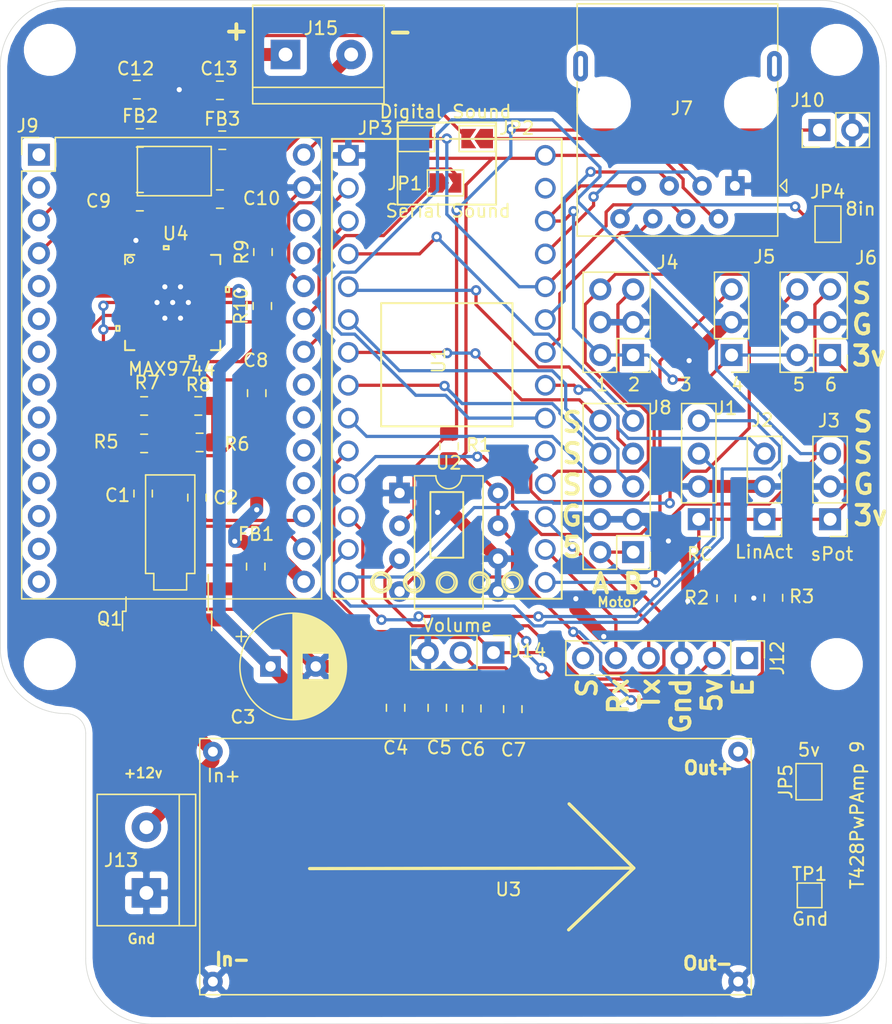
<source format=kicad_pcb>
(kicad_pcb (version 20171130) (host pcbnew "(5.1.6)-1")
  (layers (0 F.Cu signal hide) (31 B.Cu signal hide) (34 B.Paste user) (35 F.Paste user) (36 B.SilkS user) (37 F.SilkS user) (38 B.Mask user) (39 F.Mask user) (44 Edge.Cuts user))
  (net 0 "")
  (net 1 "Net-(J1-Pad3)")
  (net 2 "Net-(J1-Pad4)")
  (net 3 "Net-(J2-Pad3)")
  (net 4 "Net-(J3-Pad3)")
  (net 5 "Net-(J4-Pad6)")
  (net 6 "Net-(J6-Pad6)")
  (net 7 "Net-(J7-Pad5)")
  (net 8 "Net-(J7-Pad6)")
  (net 9 "Net-(J7-Pad8)")
  (net 10 "Net-(J12-Pad1)")
  (net 11 "Net-(J12-Pad6)")
  (net 12 "Net-(J4-Pad5)")
  (net 13 "Net-(J6-Pad5)")
  (net 14 "Net-(J8-Pad5)")
  (net 15 "Net-(J8-Pad6)")
  (net 16 "Net-(J8-Pad7)")
  (net 17 "Net-(J8-Pad8)")
  (net 18 "Net-(J8-Pad9)")
  (net 19 "Net-(J8-Pad10)")
  (net 20 "Net-(J12-Pad4)")
  (net 21 "Net-(J12-Pad5)")
  (net 22 +5V)
  (net 23 GND)
  (net 24 +3V3)
  (net 25 "Net-(J7-Pad3)")
  (net 26 "Net-(J7-Pad4)")
  (net 27 "Net-(J9-Pad1)")
  (net 28 "Net-(J9-Pad3)")
  (net 29 "Net-(J9-Pad6)")
  (net 30 "Net-(J9-Pad8)")
  (net 31 "Net-(J9-Pad9)")
  (net 32 "Net-(J9-Pad10)")
  (net 33 "Net-(J9-Pad11)")
  (net 34 "Net-(J9-Pad12)")
  (net 35 "Net-(J9-Pad13)")
  (net 36 "Net-(J9-Pad14)")
  (net 37 "Net-(J9-Pad15)")
  (net 38 "Net-(J9-Pad16)")
  (net 39 "Net-(J9-Pad17)")
  (net 40 "Net-(J9-Pad19)")
  (net 41 "Net-(J9-Pad21)")
  (net 42 "Net-(U1-Pad27)")
  (net 43 "Net-(J9-Pad5)")
  (net 44 "Net-(J9-Pad7)")
  (net 45 "Net-(J12-Pad2)")
  (net 46 "Net-(J10-Pad1)")
  (net 47 "Net-(J9-Pad18)")
  (net 48 "Net-(J9-Pad20)")
  (net 49 "Net-(J9-Pad22)")
  (net 50 "Net-(J9-Pad23)")
  (net 51 "Net-(J9-Pad25)")
  (net 52 "Net-(J9-Pad27)")
  (net 53 "Net-(JP5-Pad1)")
  (net 54 +12V)
  (net 55 "Net-(R2-Pad1)")
  (net 56 "Net-(J5-Pad3)")
  (net 57 LeftIN)
  (net 58 "Net-(C1-Pad1)")
  (net 59 "Net-(C2-Pad1)")
  (net 60 RightIN)
  (net 61 "Net-(C3-Pad1)")
  (net 62 GNDA)
  (net 63 "Net-(C8-Pad1)")
  (net 64 "Net-(C9-Pad2)")
  (net 65 "Net-(C9-Pad1)")
  (net 66 "Net-(C10-Pad1)")
  (net 67 "Net-(C10-Pad2)")
  (net 68 "Net-(C12-Pad2)")
  (net 69 "Net-(C13-Pad1)")
  (net 70 "Net-(J14-Pad2)")
  (net 71 "Net-(R5-Pad1)")
  (net 72 "Net-(R6-Pad1)")
  (net 73 "Net-(R7-Pad1)")
  (net 74 "Net-(R8-Pad1)")
  (net 75 "Net-(R10-Pad1)")
  (net 76 "Net-(U4-Pad23)")
  (net 77 "Net-(U4-Pad26)")
  (net 78 "Net-(U4-Pad31)")
  (net 79 "Net-(U4-Pad32)")
  (net 80 "Net-(U4-Pad33)")
  (net 81 "Net-(U4-Pad36)")
  (net 82 "Net-(U4-Pad37)")
  (net 83 "Net-(U4-Pad38)")
  (module "Useful Modifications:TerminalBlock_bornier-2_P5.08mm" (layer F.Cu) (at 130.268 73.025)
    (fp_text reference J15 (at 2.7432 -2.032) (layer F.SilkS))
    (fp_text value "Left Speaker")
    (pad 1 thru_hole rect (at 0 0) (size 2.286 2.286) (drill 1.0668) (layers *.Cu *.Mask) (net 68 "Net-(C12-Pad2)"))
    (pad 2 thru_hole circle (at 5.08 0) (size 2.286 2.286) (drill 1.0668) (layers *.Cu *.Mask) (net 69 "Net-(C13-Pad1)"))
  )
  (module "Useful Modifications:max9744eth&plus_Mod" (layer F.Cu) (at 121.539 92.202)
    (fp_text reference U4 (at 0.22606 -5.32892) (layer F.SilkS))
    (fp_text value MAX9744 (at -0.07112 5.14096) (layer F.SilkS))
    (pad 45 thru_hole circle (at 0.606425 1.21285) (size 0.8 0.8) (drill 0.4) (layers *.Cu *.Mask) (net 23 GND))
    (pad 45 thru_hole circle (at -0.606425 1.21285) (size 0.8 0.8) (drill 0.4) (layers *.Cu *.Mask) (net 23 GND))
    (pad 45 thru_hole circle (at -0.606425 -1.21285) (size 0.8 0.8) (drill 0.4) (layers *.Cu *.Mask) (net 23 GND))
    (pad 45 thru_hole circle (at 0.606425 -1.21285) (size 0.8 0.8) (drill 0.4) (layers *.Cu *.Mask) (net 23 GND))
    (pad 45 thru_hole circle (at -1.21285 0) (size 0.8 0.8) (drill 0.4) (layers *.Cu *.Mask) (net 23 GND))
    (pad 45 thru_hole circle (at 1.21285 0) (size 0.8 0.8) (drill 0.4) (layers *.Cu *.Mask) (net 23 GND))
    (pad 45 thru_hole circle (at 0 0) (size 0.8 0.8) (drill 0.4) (layers *.Cu *.Mask) (net 23 GND))
    (pad 1 smd rect (at -3.3782 -2.5 90) (size 0.254 0.9652) (layers F.Cu F.Paste F.Mask) (net 64 "Net-(C9-Pad2)"))
    (pad 2 smd rect (at -3.3782 -2.000001 90) (size 0.254 0.9652) (layers F.Cu F.Paste F.Mask) (net 65 "Net-(C9-Pad1)"))
    (pad 3 smd rect (at -3.3782 -1.5 90) (size 0.254 0.9652) (layers F.Cu F.Paste F.Mask) (net 65 "Net-(C9-Pad1)"))
    (pad 4 smd rect (at -3.3782 -1.000001 90) (size 0.254 0.9652) (layers F.Cu F.Paste F.Mask) (net 61 "Net-(C3-Pad1)"))
    (pad 5 smd rect (at -3.3782 -0.499999 90) (size 0.254 0.9652) (layers F.Cu F.Paste F.Mask) (net 61 "Net-(C3-Pad1)"))
    (pad 6 smd rect (at -3.3782 0 90) (size 0.254 0.9652) (layers F.Cu F.Paste F.Mask) (net 24 +3V3))
    (pad 7 smd rect (at -3.3782 0.499999 90) (size 0.254 0.9652) (layers F.Cu F.Paste F.Mask) (net 23 GND))
    (pad 8 smd rect (at -3.3782 1.000001 90) (size 0.254 0.9652) (layers F.Cu F.Paste F.Mask) (net 70 "Net-(J14-Pad2)"))
    (pad 9 smd rect (at -3.3782 1.5 90) (size 0.254 0.9652) (layers F.Cu F.Paste F.Mask) (net 23 GND))
    (pad 10 smd rect (at -3.3782 2.000001 90) (size 0.254 0.9652) (layers F.Cu F.Paste F.Mask) (net 24 +3V3))
    (pad 11 smd rect (at -3.3782 2.5 90) (size 0.254 0.9652) (layers F.Cu F.Paste F.Mask) (net 23 GND))
    (pad 12 smd rect (at -2.5 3.3782) (size 0.254 0.9652) (layers F.Cu F.Paste F.Mask) (net 23 GND))
    (pad 13 smd rect (at -2.000001 3.3782) (size 0.254 0.9652) (layers F.Cu F.Paste F.Mask) (net 23 GND))
    (pad 14 smd rect (at -1.5 3.3782) (size 0.254 0.9652) (layers F.Cu F.Paste F.Mask) (net 23 GND))
    (pad 15 smd rect (at -1.000001 3.3782) (size 0.254 0.9652) (layers F.Cu F.Paste F.Mask) (net 23 GND))
    (pad 16 smd rect (at -0.499999 3.3782) (size 0.254 0.9652) (layers F.Cu F.Paste F.Mask) (net 71 "Net-(R5-Pad1)"))
    (pad 17 smd rect (at 0 3.3782) (size 0.254 0.9652) (layers F.Cu F.Paste F.Mask) (net 73 "Net-(R7-Pad1)"))
    (pad 18 smd rect (at 0.499999 3.3782) (size 0.254 0.9652) (layers F.Cu F.Paste F.Mask) (net 74 "Net-(R8-Pad1)"))
    (pad 19 smd rect (at 1.000001 3.3782) (size 0.254 0.9652) (layers F.Cu F.Paste F.Mask) (net 72 "Net-(R6-Pad1)"))
    (pad 20 smd rect (at 1.5 3.3782) (size 0.254 0.9652) (layers F.Cu F.Paste F.Mask) (net 63 "Net-(C8-Pad1)"))
    (pad 21 smd rect (at 2.000001 3.3782) (size 0.254 0.9652) (layers F.Cu F.Paste F.Mask) (net 24 +3V3))
    (pad 22 smd rect (at 2.5 3.3782) (size 0.254 0.9652) (layers F.Cu F.Paste F.Mask) (net 24 +3V3))
    (pad 23 smd rect (at 3.3782 2.5 90) (size 0.254 0.9652) (layers F.Cu F.Paste F.Mask) (net 76 "Net-(U4-Pad23)"))
    (pad 24 smd rect (at 3.3782 2.000001 90) (size 0.254 0.9652) (layers F.Cu F.Paste F.Mask) (net 23 GND))
    (pad 25 smd rect (at 3.3782 1.5 90) (size 0.254 0.9652) (layers F.Cu F.Paste F.Mask) (net 75 "Net-(R10-Pad1)"))
    (pad 26 smd rect (at 3.3782 1.000001 90) (size 0.254 0.9652) (layers F.Cu F.Paste F.Mask) (net 77 "Net-(U4-Pad26)"))
    (pad 27 smd rect (at 3.3782 0.499999 90) (size 0.254 0.9652) (layers F.Cu F.Paste F.Mask) (net 23 GND))
    (pad 28 smd rect (at 3.3782 0 90) (size 0.254 0.9652) (layers F.Cu F.Paste F.Mask) (net 24 +3V3))
    (pad 29 smd rect (at 3.3782 -0.499999 90) (size 0.254 0.9652) (layers F.Cu F.Paste F.Mask) (net 61 "Net-(C3-Pad1)"))
    (pad 30 smd rect (at 3.3782 -1.000001 90) (size 0.254 0.9652) (layers F.Cu F.Paste F.Mask) (net 61 "Net-(C3-Pad1)"))
    (pad 31 smd rect (at 3.3782 -1.5 90) (size 0.254 0.9652) (layers F.Cu F.Paste F.Mask) (net 78 "Net-(U4-Pad31)"))
    (pad 32 smd rect (at 3.3782 -2.000001 90) (size 0.254 0.9652) (layers F.Cu F.Paste F.Mask) (net 79 "Net-(U4-Pad32)"))
    (pad 33 smd rect (at 3.3782 -2.5 90) (size 0.254 0.9652) (layers F.Cu F.Paste F.Mask) (net 80 "Net-(U4-Pad33)"))
    (pad 34 smd rect (at 2.5 -3.3782) (size 0.254 0.9652) (layers F.Cu F.Paste F.Mask) (net 23 GND))
    (pad 35 smd rect (at 2.000001 -3.3782) (size 0.254 0.9652) (layers F.Cu F.Paste F.Mask) (net 23 GND))
    (pad 36 smd rect (at 1.5 -3.3782) (size 0.254 0.9652) (layers F.Cu F.Paste F.Mask) (net 81 "Net-(U4-Pad36)"))
    (pad 37 smd rect (at 1.000001 -3.3782) (size 0.254 0.9652) (layers F.Cu F.Paste F.Mask) (net 82 "Net-(U4-Pad37)"))
    (pad 38 smd rect (at 0.499999 -3.3782) (size 0.254 0.9652) (layers F.Cu F.Paste F.Mask) (net 83 "Net-(U4-Pad38)"))
    (pad 39 smd rect (at 0 -3.3782) (size 0.254 0.9652) (layers F.Cu F.Paste F.Mask) (net 23 GND))
    (pad 40 smd rect (at -0.499999 -3.3782) (size 0.254 0.9652) (layers F.Cu F.Paste F.Mask) (net 67 "Net-(C10-Pad2)"))
    (pad 41 smd rect (at -1.000001 -3.3782) (size 0.254 0.9652) (layers F.Cu F.Paste F.Mask) (net 66 "Net-(C10-Pad1)"))
    (pad 42 smd rect (at -1.5 -3.3782) (size 0.254 0.9652) (layers F.Cu F.Paste F.Mask) (net 66 "Net-(C10-Pad1)"))
    (pad 43 smd rect (at -2.000001 -3.3782) (size 0.254 0.9652) (layers F.Cu F.Paste F.Mask) (net 23 GND))
    (pad 44 smd rect (at -2.5 -3.3782) (size 0.254 0.9652) (layers F.Cu F.Paste F.Mask) (net 23 GND))
    (pad 45 smd rect (at 0 0) (size 4.8514 4.8514) (layers F.Cu F.Paste F.Mask) (net 23 GND))
  )
  (module "Useful Modifications:Teensy40_NoMid" (layer F.Cu) (at 142.621 96.8248 270)
    (fp_text reference U1 (at -0.127 0.508 90) (layer F.SilkS))
    (fp_text value Teensy4.0_NoMid)
    (pad 28 thru_hole circle (at -16.002 -7.747 270) (size 1.6 1.6) (drill 1.1) (layers *.Cu *.Mask) (net 22 +5V))
    (pad 27 thru_hole circle (at -13.462 -7.747 270) (size 1.6 1.6) (drill 1.1) (layers *.Cu *.Mask) (net 42 "Net-(U1-Pad27)"))
    (pad 26 thru_hole circle (at -10.922 -7.747 270) (size 1.6 1.6) (drill 1.1) (layers *.Cu *.Mask) (net 24 +3V3))
    (pad 25 thru_hole circle (at -8.382 -7.747 270) (size 1.6 1.6) (drill 1.1) (layers *.Cu *.Mask) (net 25 "Net-(J7-Pad3)"))
    (pad 24 thru_hole circle (at -5.842 -7.747 270) (size 1.6 1.6) (drill 1.1) (layers *.Cu *.Mask) (net 26 "Net-(J7-Pad4)"))
    (pad 23 thru_hole circle (at -3.302 -7.747 270) (size 1.6 1.6) (drill 1.1) (layers *.Cu *.Mask) (net 7 "Net-(J7-Pad5)"))
    (pad 22 thru_hole circle (at -0.762 -7.747 270) (size 1.6 1.6) (drill 1.1) (layers *.Cu *.Mask) (net 8 "Net-(J7-Pad6)"))
    (pad 21 thru_hole circle (at 1.778 -7.747 270) (size 1.6 1.6) (drill 1.1) (layers *.Cu *.Mask) (net 3 "Net-(J2-Pad3)"))
    (pad 20 thru_hole circle (at 4.318 -7.747 270) (size 1.6 1.6) (drill 1.1) (layers *.Cu *.Mask) (net 4 "Net-(J3-Pad3)"))
    (pad 19 thru_hole circle (at 6.858 -7.747 270) (size 1.6 1.6) (drill 1.1) (layers *.Cu *.Mask) (net 12 "Net-(J4-Pad5)"))
    (pad 18 thru_hole circle (at 9.398 -7.747 270) (size 1.6 1.6) (drill 1.1) (layers *.Cu *.Mask) (net 5 "Net-(J4-Pad6)"))
    (pad 17 thru_hole circle (at 11.938 -7.747 270) (size 1.6 1.6) (drill 1.1) (layers *.Cu *.Mask) (net 20 "Net-(J12-Pad4)"))
    (pad 16 thru_hole circle (at 14.478 -7.747 270) (size 1.6 1.6) (drill 1.1) (layers *.Cu *.Mask) (net 21 "Net-(J12-Pad5)"))
    (pad 15 thru_hole circle (at 17.018 -7.747 270) (size 1.6 1.6) (drill 1.1) (layers *.Cu *.Mask) (net 13 "Net-(J6-Pad5)"))
    (pad 1 thru_hole rect (at -16.002 7.493 270) (size 1.6 1.6) (drill 1.1) (layers *.Cu *.Mask) (net 23 GND))
    (pad 2 thru_hole circle (at -13.462 7.493 270) (size 1.6 1.6) (drill 1.1) (layers *.Cu *.Mask) (net 32 "Net-(J9-Pad10)"))
    (pad 3 thru_hole circle (at -10.922 7.493 270) (size 1.6 1.6) (drill 1.1) (layers *.Cu *.Mask) (net 34 "Net-(J9-Pad12)"))
    (pad 4 thru_hole circle (at -8.382 7.493 270) (size 1.6 1.6) (drill 1.1) (layers *.Cu *.Mask) (net 18 "Net-(J8-Pad9)"))
    (pad 5 thru_hole circle (at -5.842 7.493 270) (size 1.6 1.6) (drill 1.1) (layers *.Cu *.Mask) (net 16 "Net-(J8-Pad7)"))
    (pad 6 thru_hole circle (at -3.302 7.493 270) (size 1.6 1.6) (drill 1.1) (layers *.Cu *.Mask) (net 14 "Net-(J8-Pad5)"))
    (pad 7 thru_hole circle (at -0.762 7.493 270) (size 1.6 1.6) (drill 1.1) (layers *.Cu *.Mask) (net 19 "Net-(J8-Pad10)"))
    (pad 8 thru_hole circle (at 1.778 7.493 270) (size 1.6 1.6) (drill 1.1) (layers *.Cu *.Mask) (net 17 "Net-(J8-Pad8)"))
    (pad 9 thru_hole circle (at 4.318 7.493 270) (size 1.6 1.6) (drill 1.1) (layers *.Cu *.Mask) (net 15 "Net-(J8-Pad6)"))
    (pad 10 thru_hole circle (at 6.858 7.493 270) (size 1.6 1.6) (drill 1.1) (layers *.Cu *.Mask) (net 55 "Net-(R2-Pad1)"))
    (pad 11 thru_hole circle (at 9.398 7.493 270) (size 1.6 1.6) (drill 1.1) (layers *.Cu *.Mask) (net 56 "Net-(J5-Pad3)"))
    (pad 12 thru_hole circle (at 11.938 7.493 270) (size 1.6 1.6) (drill 1.1) (layers *.Cu *.Mask) (net 1 "Net-(J1-Pad3)"))
    (pad 13 thru_hole circle (at 14.478 7.493 270) (size 1.6 1.6) (drill 1.1) (layers *.Cu *.Mask) (net 2 "Net-(J1-Pad4)"))
    (pad 14 thru_hole circle (at 17.018 7.493 270) (size 1.6 1.6) (drill 1.1) (layers *.Cu *.Mask) (net 6 "Net-(J6-Pad6)"))
  )
  (module "Useful Modifications:FXSound_HeadPhone_2x14_P2.54mm_Short" (layer F.Cu) (at 111.1885 80.772)
    (fp_text reference J9 (at -0.8763 -2.2352) (layer F.SilkS))
    (fp_text value 28Pin_FXSound)
    (pad 28 thru_hole oval (at 20.5 33.02) (size 1.7 1.7) (drill 1) (layers *.Cu *.Mask) (net 62 GNDA))
    (pad 27 thru_hole oval (at 0 33.02) (size 1.7 1.7) (drill 1) (layers *.Cu *.Mask) (net 52 "Net-(J9-Pad27)"))
    (pad 26 thru_hole oval (at 20.5 30.48) (size 1.7 1.7) (drill 1) (layers *.Cu *.Mask) (net 57 LeftIN))
    (pad 25 thru_hole oval (at 0 30.48) (size 1.7 1.7) (drill 1) (layers *.Cu *.Mask) (net 51 "Net-(J9-Pad25)"))
    (pad 24 thru_hole oval (at 20.5 27.94) (size 1.7 1.7) (drill 1) (layers *.Cu *.Mask) (net 60 RightIN))
    (pad 23 thru_hole oval (at 0 27.94) (size 1.7 1.7) (drill 1) (layers *.Cu *.Mask) (net 50 "Net-(J9-Pad23)"))
    (pad 22 thru_hole oval (at 20.5 25.4) (size 1.7 1.7) (drill 1) (layers *.Cu *.Mask) (net 49 "Net-(J9-Pad22)"))
    (pad 21 thru_hole oval (at 0 25.4) (size 1.7 1.7) (drill 1) (layers *.Cu *.Mask) (net 41 "Net-(J9-Pad21)"))
    (pad 20 thru_hole oval (at 20.5 22.86) (size 1.7 1.7) (drill 1) (layers *.Cu *.Mask) (net 48 "Net-(J9-Pad20)"))
    (pad 19 thru_hole oval (at 0 22.86) (size 1.7 1.7) (drill 1) (layers *.Cu *.Mask) (net 40 "Net-(J9-Pad19)"))
    (pad 18 thru_hole oval (at 20.5 20.32) (size 1.7 1.7) (drill 1) (layers *.Cu *.Mask) (net 47 "Net-(J9-Pad18)"))
    (pad 17 thru_hole oval (at 0 20.32) (size 1.7 1.7) (drill 1) (layers *.Cu *.Mask) (net 39 "Net-(J9-Pad17)"))
    (pad 16 thru_hole oval (at 20.5 17.78) (size 1.7 1.7) (drill 1) (layers *.Cu *.Mask) (net 38 "Net-(J9-Pad16)"))
    (pad 15 thru_hole oval (at 0 17.78) (size 1.7 1.7) (drill 1) (layers *.Cu *.Mask) (net 37 "Net-(J9-Pad15)"))
    (pad 14 thru_hole oval (at 20.5 15.24) (size 1.7 1.7) (drill 1) (layers *.Cu *.Mask) (net 36 "Net-(J9-Pad14)"))
    (pad 13 thru_hole oval (at 0 15.24) (size 1.7 1.7) (drill 1) (layers *.Cu *.Mask) (net 35 "Net-(J9-Pad13)"))
    (pad 12 thru_hole oval (at 20.5 12.7) (size 1.7 1.7) (drill 1) (layers *.Cu *.Mask) (net 34 "Net-(J9-Pad12)"))
    (pad 11 thru_hole oval (at 0 12.7) (size 1.7 1.7) (drill 1) (layers *.Cu *.Mask) (net 33 "Net-(J9-Pad11)"))
    (pad 10 thru_hole oval (at 20.5 10.16) (size 1.7 1.7) (drill 1) (layers *.Cu *.Mask) (net 32 "Net-(J9-Pad10)"))
    (pad 9 thru_hole oval (at 0 10.16) (size 1.7 1.7) (drill 1) (layers *.Cu *.Mask) (net 31 "Net-(J9-Pad9)"))
    (pad 8 thru_hole oval (at 20.5 7.62) (size 1.7 1.7) (drill 1) (layers *.Cu *.Mask) (net 30 "Net-(J9-Pad8)"))
    (pad 7 thru_hole oval (at 0 7.62) (size 1.7 1.7) (drill 1) (layers *.Cu *.Mask) (net 44 "Net-(J9-Pad7)"))
    (pad 6 thru_hole oval (at 20.5 5.08) (size 1.7 1.7) (drill 1) (layers *.Cu *.Mask) (net 29 "Net-(J9-Pad6)"))
    (pad 5 thru_hole oval (at 0 5.08) (size 1.7 1.7) (drill 1) (layers *.Cu *.Mask) (net 43 "Net-(J9-Pad5)"))
    (pad 4 thru_hole oval (at 20.5 2.54) (size 1.7 1.7) (drill 1) (layers *.Cu *.Mask) (net 23 GND))
    (pad 3 thru_hole oval (at 0 2.54) (size 1.7 1.7) (drill 1) (layers *.Cu *.Mask) (net 28 "Net-(J9-Pad3)"))
    (pad 2 thru_hole oval (at 20.5 0) (size 1.7 1.7) (drill 1) (layers *.Cu *.Mask) (net 22 +5V))
    (pad 1 thru_hole rect (at 0 0) (size 1.7 1.7) (drill 1) (layers *.Cu *.Mask) (net 27 "Net-(J9-Pad1)"))
  )
  (module MountingHole:MountingHole_3mm (layer F.Cu) (at 172.924 72.664 180)
    (fp_text reference "" hide)
    (fp_text value "" hide)
    (pad 1 np_thru_hole circle (at 0 0 180) (size 3 3) (drill 3) (layers *.Cu *.Mask))
  )
  (module MountingHole:MountingHole_3mm (layer F.Cu) (at 172.924 120.164 180)
    (fp_text reference "" hide)
    (fp_text value "" hide)
    (pad 1 np_thru_hole circle (at 0 0 180) (size 3 3) (drill 3) (layers *.Cu *.Mask))
  )
  (module MountingHole:MountingHole_3mm (layer F.Cu) (at 112.034 120.164 180)
    (fp_text reference "" hide)
    (fp_text value "" hide)
    (pad 1 np_thru_hole circle (at 0 0 180) (size 3 3) (drill 3) (layers *.Cu *.Mask))
  )
  (module MountingHole:MountingHole_3mm (layer F.Cu) (at 112.034 72.664)
    (fp_text reference "" hide)
    (fp_text value "" hide)
    (pad 1 np_thru_hole circle (at 0 0) (size 3 3) (drill 3) (layers *.Cu *.Mask))
  )
  (module Capacitor_SMD:C_0805_2012Metric_Pad1.15x1.40mm_HandSolder (layer F.Cu) (at 119.253 106.9758 270)
    (fp_text reference C1 (at 0.136 1.9812 180) (layer F.SilkS))
    (fp_text value 0.47µF)
    (pad 2 smd roundrect (at 1.025 0 270) (size 1.15 1.4) (layers F.Cu F.Paste F.Mask) (roundrect_rratio 0.217391) (net 57 LeftIN))
    (pad 1 smd roundrect (at -1.025 0 270) (size 1.15 1.4) (layers F.Cu F.Paste F.Mask) (roundrect_rratio 0.217391) (net 58 "Net-(C1-Pad1)"))
  )
  (module Capacitor_SMD:C_0805_2012Metric_Pad1.15x1.40mm_HandSolder (layer F.Cu) (at 123.4186 107.2896 270)
    (fp_text reference C2 (at 0 -2.2352 180) (layer F.SilkS))
    (fp_text value 0.47µF)
    (pad 1 smd roundrect (at -1.025 0 270) (size 1.15 1.4) (layers F.Cu F.Paste F.Mask) (roundrect_rratio 0.217391) (net 59 "Net-(C2-Pad1)"))
    (pad 2 smd roundrect (at 1.025 0 270) (size 1.15 1.4) (layers F.Cu F.Paste F.Mask) (roundrect_rratio 0.217391) (net 60 RightIN))
  )
  (module Capacitor_THT:CP_Radial_D8.0mm_P3.50mm (layer F.Cu) (at 129.1082 120.3452)
    (fp_text reference C3 (at -2.1336 3.9116) (layer F.SilkS))
    (fp_text value 470µF)
    (pad 1 thru_hole rect (at 0 0) (size 1.6 1.6) (drill 0.8) (layers *.Cu *.Mask) (net 61 "Net-(C3-Pad1)"))
    (pad 2 thru_hole circle (at 3.5 0) (size 1.6 1.6) (drill 0.8) (layers *.Cu *.Mask) (net 23 GND))
  )
  (module Capacitor_SMD:C_0805_2012Metric_Pad1.15x1.40mm_HandSolder (layer F.Cu) (at 138.7856 123.5456 270)
    (fp_text reference C4 (at 3.0988 0) (layer F.SilkS))
    (fp_text value 10µF)
    (pad 1 smd roundrect (at -1.025 0 270) (size 1.15 1.4) (layers F.Cu F.Paste F.Mask) (roundrect_rratio 0.217391) (net 23 GND))
    (pad 2 smd roundrect (at 1.025 0 270) (size 1.15 1.4) (layers F.Cu F.Paste F.Mask) (roundrect_rratio 0.217391) (net 61 "Net-(C3-Pad1)"))
  )
  (module Capacitor_SMD:C_0805_2012Metric_Pad1.15x1.40mm_HandSolder (layer F.Cu) (at 142.0114 123.5456 270)
    (fp_text reference C5 (at 3.0734 -0.1524 180) (layer F.SilkS))
    (fp_text value 10µF)
    (pad 1 smd roundrect (at -1.025 0 270) (size 1.15 1.4) (layers F.Cu F.Paste F.Mask) (roundrect_rratio 0.217391) (net 23 GND))
    (pad 2 smd roundrect (at 1.025 0 270) (size 1.15 1.4) (layers F.Cu F.Paste F.Mask) (roundrect_rratio 0.217391) (net 61 "Net-(C3-Pad1)"))
  )
  (module Capacitor_SMD:C_0805_2012Metric_Pad1.15x1.40mm_HandSolder (layer F.Cu) (at 144.6784 123.5964 270)
    (fp_text reference C6 (at 3.1496 -0.0762 180) (layer F.SilkS))
    (fp_text value 0.1µF)
    (pad 2 smd roundrect (at 1.025 0 270) (size 1.15 1.4) (layers F.Cu F.Paste F.Mask) (roundrect_rratio 0.217391) (net 61 "Net-(C3-Pad1)"))
    (pad 1 smd roundrect (at -1.025 0 270) (size 1.15 1.4) (layers F.Cu F.Paste F.Mask) (roundrect_rratio 0.217391) (net 23 GND))
  )
  (module Capacitor_SMD:C_0805_2012Metric_Pad1.15x1.40mm_HandSolder (layer F.Cu) (at 147.8534 123.6472 270)
    (fp_text reference C7 (at 3.1496 -0.0508 180) (layer F.SilkS))
    (fp_text value 0.1µF)
    (pad 2 smd roundrect (at 1.025 0 270) (size 1.15 1.4) (layers F.Cu F.Paste F.Mask) (roundrect_rratio 0.217391) (net 61 "Net-(C3-Pad1)"))
    (pad 1 smd roundrect (at -1.025 0 270) (size 1.15 1.4) (layers F.Cu F.Paste F.Mask) (roundrect_rratio 0.217391) (net 23 GND))
  )
  (module Capacitor_SMD:C_0805_2012Metric_Pad1.15x1.40mm_HandSolder (layer F.Cu) (at 128.0414 99.2124 270)
    (fp_text reference C8 (at -2.54 0.0762 180) (layer F.SilkS))
    (fp_text value 2.2µF)
    (pad 2 smd roundrect (at 1.025 0 270) (size 1.15 1.4) (layers F.Cu F.Paste F.Mask) (roundrect_rratio 0.217391) (net 62 GNDA))
    (pad 1 smd roundrect (at -1.025 0 270) (size 1.15 1.4) (layers F.Cu F.Paste F.Mask) (roundrect_rratio 0.217391) (net 63 "Net-(C8-Pad1)"))
  )
  (module Capacitor_SMD:C_0805_2012Metric_Pad1.15x1.40mm_HandSolder (layer F.Cu) (at 118.999 84.4042)
    (fp_text reference C9 (at -3.2004 -0.0508) (layer F.SilkS))
    (fp_text value 0.1µF)
    (pad 2 smd roundrect (at 1.025 0) (size 1.15 1.4) (layers F.Cu F.Paste F.Mask) (roundrect_rratio 0.217391) (net 64 "Net-(C9-Pad2)"))
    (pad 1 smd roundrect (at -1.025 0) (size 1.15 1.4) (layers F.Cu F.Paste F.Mask) (roundrect_rratio 0.217391) (net 65 "Net-(C9-Pad1)"))
  )
  (module Capacitor_SMD:C_0805_2012Metric_Pad1.15x1.40mm_HandSolder (layer F.Cu) (at 125.1966 84.201)
    (fp_text reference C10 (at 3.2258 -0.0508) (layer F.SilkS))
    (fp_text value 0.1µF)
    (pad 1 smd roundrect (at -1.025 0) (size 1.15 1.4) (layers F.Cu F.Paste F.Mask) (roundrect_rratio 0.217391) (net 66 "Net-(C10-Pad1)"))
    (pad 2 smd roundrect (at 1.025 0) (size 1.15 1.4) (layers F.Cu F.Paste F.Mask) (roundrect_rratio 0.217391) (net 67 "Net-(C10-Pad2)"))
  )
  (module Capacitor_SMD:C_0805_2012Metric_Pad1.15x1.40mm_HandSolder (layer F.Cu) (at 118.7704 75.7428 180)
    (fp_text reference C12 (at 0.1016 1.6256) (layer F.SilkS))
    (fp_text value 470pF)
    (pad 1 smd roundrect (at -1.025 0 180) (size 1.15 1.4) (layers F.Cu F.Paste F.Mask) (roundrect_rratio 0.217391) (net 23 GND))
    (pad 2 smd roundrect (at 1.025 0 180) (size 1.15 1.4) (layers F.Cu F.Paste F.Mask) (roundrect_rratio 0.217391) (net 68 "Net-(C12-Pad2)"))
  )
  (module Capacitor_SMD:C_0805_2012Metric_Pad1.15x1.40mm_HandSolder (layer F.Cu) (at 125.1966 75.7936 180)
    (fp_text reference C13 (at 0.0762 1.6764) (layer F.SilkS))
    (fp_text value 470pF)
    (pad 2 smd roundrect (at 1.025 0 180) (size 1.15 1.4) (layers F.Cu F.Paste F.Mask) (roundrect_rratio 0.217391) (net 23 GND))
    (pad 1 smd roundrect (at -1.025 0 180) (size 1.15 1.4) (layers F.Cu F.Paste F.Mask) (roundrect_rratio 0.217391) (net 69 "Net-(C13-Pad1)"))
  )
  (module Inductor_SMD:L_0805_2012Metric_Pad1.15x1.40mm_HandSolder (layer F.Cu) (at 127.9652 112.6236 270)
    (fp_text reference FB1 (at -2.5146 -0.0254 180) (layer F.SilkS))
    (fp_text value MPZ2012S221AT00)
    (pad 1 smd roundrect (at -1.025 0 270) (size 1.15 1.4) (layers F.Cu F.Paste F.Mask) (roundrect_rratio 0.217391) (net 62 GNDA))
    (pad 2 smd roundrect (at 1.025 0 270) (size 1.15 1.4) (layers F.Cu F.Paste F.Mask) (roundrect_rratio 0.217391) (net 23 GND))
  )
  (module Inductor_SMD:L_0805_2012Metric_Pad1.15x1.40mm_HandSolder (layer F.Cu) (at 118.999 79.4766 180)
    (fp_text reference FB2 (at -0.0254 1.7018) (layer F.SilkS))
    (fp_text value MPZ2012S221AT00)
    (pad 1 smd roundrect (at -1.025 0 180) (size 1.15 1.4) (layers F.Cu F.Paste F.Mask) (roundrect_rratio 0.217391) (net 65 "Net-(C9-Pad1)"))
    (pad 2 smd roundrect (at 1.025 0 180) (size 1.15 1.4) (layers F.Cu F.Paste F.Mask) (roundrect_rratio 0.217391) (net 68 "Net-(C12-Pad2)"))
  )
  (module Inductor_SMD:L_0805_2012Metric_Pad1.15x1.40mm_HandSolder (layer F.Cu) (at 125.3744 79.6544)
    (fp_text reference FB3 (at 0 -1.65) (layer F.SilkS))
    (fp_text value MPZ2012S221AT00)
    (pad 2 smd roundrect (at 1.025 0) (size 1.15 1.4) (layers F.Cu F.Paste F.Mask) (roundrect_rratio 0.217391) (net 69 "Net-(C13-Pad1)"))
    (pad 1 smd roundrect (at -1.025 0) (size 1.15 1.4) (layers F.Cu F.Paste F.Mask) (roundrect_rratio 0.217391) (net 66 "Net-(C10-Pad1)"))
  )
  (module Connector_PinHeader_2.54mm:PinHeader_1x04_P2.54mm_Vertical (layer F.Cu) (at 162.2425 108.966 180)
    (fp_text reference J1 (at -2.1209 8.5852) (layer F.SilkS))
    (fp_text value RC)
    (pad 1 thru_hole rect (at 0 0 180) (size 1.7 1.7) (drill 1) (layers *.Cu *.Mask) (net 24 +3V3))
    (pad 2 thru_hole oval (at 0 2.54 180) (size 1.7 1.7) (drill 1) (layers *.Cu *.Mask) (net 23 GND))
    (pad 3 thru_hole oval (at 0 5.08 180) (size 1.7 1.7) (drill 1) (layers *.Cu *.Mask) (net 1 "Net-(J1-Pad3)"))
    (pad 4 thru_hole oval (at 0 7.62 180) (size 1.7 1.7) (drill 1) (layers *.Cu *.Mask) (net 2 "Net-(J1-Pad4)"))
  )
  (module Connector_PinHeader_2.54mm:PinHeader_1x03_P2.54mm_Vertical (layer F.Cu) (at 167.3225 108.966 180)
    (fp_text reference J2 (at 0.1651 7.6708) (layer F.SilkS))
    (fp_text value LinAct)
    (pad 1 thru_hole rect (at 0 0 180) (size 1.7 1.7) (drill 1) (layers *.Cu *.Mask) (net 24 +3V3))
    (pad 2 thru_hole oval (at 0 2.54 180) (size 1.7 1.7) (drill 1) (layers *.Cu *.Mask) (net 23 GND))
    (pad 3 thru_hole oval (at 0 5.08 180) (size 1.7 1.7) (drill 1) (layers *.Cu *.Mask) (net 3 "Net-(J2-Pad3)"))
  )
  (module Connector_PinHeader_2.54mm:PinHeader_1x03_P2.54mm_Vertical (layer F.Cu) (at 172.4025 108.966 180)
    (fp_text reference J3 (at 0.0889 7.62) (layer F.SilkS))
    (fp_text value sPOT)
    (pad 3 thru_hole oval (at 0 5.08 180) (size 1.7 1.7) (drill 1) (layers *.Cu *.Mask) (net 4 "Net-(J3-Pad3)"))
    (pad 2 thru_hole oval (at 0 2.54 180) (size 1.7 1.7) (drill 1) (layers *.Cu *.Mask) (net 23 GND))
    (pad 1 thru_hole rect (at 0 0 180) (size 1.7 1.7) (drill 1) (layers *.Cu *.Mask) (net 24 +3V3))
  )
  (module Connector_PinHeader_2.54mm:PinHeader_2x03_P2.54mm_Vertical (layer F.Cu) (at 157.1625 96.266 180)
    (fp_text reference J4 (at -2.6543 7.1628) (layer F.SilkS))
    (fp_text value "1 2")
    (pad 1 thru_hole rect (at 0 0 180) (size 1.7 1.7) (drill 1) (layers *.Cu *.Mask) (net 24 +3V3))
    (pad 2 thru_hole oval (at 2.54 0 180) (size 1.7 1.7) (drill 1) (layers *.Cu *.Mask) (net 24 +3V3))
    (pad 3 thru_hole oval (at 0 2.54 180) (size 1.7 1.7) (drill 1) (layers *.Cu *.Mask) (net 23 GND))
    (pad 4 thru_hole oval (at 2.54 2.54 180) (size 1.7 1.7) (drill 1) (layers *.Cu *.Mask) (net 23 GND))
    (pad 5 thru_hole oval (at 0 5.08 180) (size 1.7 1.7) (drill 1) (layers *.Cu *.Mask) (net 12 "Net-(J4-Pad5)"))
    (pad 6 thru_hole oval (at 2.54 5.08 180) (size 1.7 1.7) (drill 1) (layers *.Cu *.Mask) (net 5 "Net-(J4-Pad6)"))
  )
  (module Connector_PinHeader_2.54mm:PinHeader_1x03_P2.54mm_Vertical (layer F.Cu) (at 164.7825 96.266 180)
    (fp_text reference J5 (at -2.5273 7.5946) (layer F.SilkS))
    (fp_text value 4)
    (pad 1 thru_hole rect (at 0 0 180) (size 1.7 1.7) (drill 1) (layers *.Cu *.Mask) (net 24 +3V3))
    (pad 2 thru_hole oval (at 0 2.54 180) (size 1.7 1.7) (drill 1) (layers *.Cu *.Mask) (net 23 GND))
    (pad 3 thru_hole oval (at 0 5.08 180) (size 1.7 1.7) (drill 1) (layers *.Cu *.Mask) (net 56 "Net-(J5-Pad3)"))
  )
  (module Connector_PinHeader_2.54mm:PinHeader_2x03_P2.54mm_Vertical (layer F.Cu) (at 172.4025 96.266 180)
    (fp_text reference J6 (at -2.7813 7.5184) (layer F.SilkS))
    (fp_text value "5 6")
    (pad 1 thru_hole rect (at 0 0 180) (size 1.7 1.7) (drill 1) (layers *.Cu *.Mask) (net 24 +3V3))
    (pad 2 thru_hole oval (at 2.54 0 180) (size 1.7 1.7) (drill 1) (layers *.Cu *.Mask) (net 24 +3V3))
    (pad 3 thru_hole oval (at 0 2.54 180) (size 1.7 1.7) (drill 1) (layers *.Cu *.Mask) (net 23 GND))
    (pad 4 thru_hole oval (at 2.54 2.54 180) (size 1.7 1.7) (drill 1) (layers *.Cu *.Mask) (net 23 GND))
    (pad 5 thru_hole oval (at 0 5.08 180) (size 1.7 1.7) (drill 1) (layers *.Cu *.Mask) (net 13 "Net-(J6-Pad5)"))
    (pad 6 thru_hole oval (at 2.54 5.08 180) (size 1.7 1.7) (drill 1) (layers *.Cu *.Mask) (net 6 "Net-(J6-Pad6)"))
  )
  (module "Useful Modifications:RJ45_x08_Horizontal_tabs" (layer F.Cu) (at 165.0365 83.185 180)
    (fp_text reference J7 (at 4.1021 5.9944) (layer F.SilkS))
    (fp_text value 8P8C)
    (pad 10 thru_hole oval (at 11.938 9.25195 180) (size 1.14 2.362) (drill oval 0.381 1.6) (layers *.Cu *.Mask))
    (pad 9 thru_hole oval (at -3.0607 9.25195 180) (size 1.14 2.362) (drill oval 0.381 1.6) (layers *.Cu *.Mask))
    (pad 8 thru_hole circle (at 8.89 -2.54 180) (size 1.5 1.5) (drill 0.76) (layers *.Cu *.Mask) (net 9 "Net-(J7-Pad8)"))
    (pad 7 thru_hole circle (at 7.62 0 180) (size 1.5 1.5) (drill 0.76) (layers *.Cu *.Mask) (net 24 +3V3))
    (pad 6 thru_hole circle (at 6.35 -2.54 180) (size 1.5 1.5) (drill 0.76) (layers *.Cu *.Mask) (net 8 "Net-(J7-Pad6)"))
    (pad 5 thru_hole circle (at 5.08 0 180) (size 1.5 1.5) (drill 0.76) (layers *.Cu *.Mask) (net 7 "Net-(J7-Pad5)"))
    (pad 4 thru_hole circle (at 3.81 -2.54 180) (size 1.5 1.5) (drill 0.76) (layers *.Cu *.Mask) (net 26 "Net-(J7-Pad4)"))
    (pad 3 thru_hole circle (at 2.54 0 180) (size 1.5 1.5) (drill 0.76) (layers *.Cu *.Mask) (net 25 "Net-(J7-Pad3)"))
    (pad 2 thru_hole circle (at 1.27 -2.54 180) (size 1.5 1.5) (drill 0.76) (layers *.Cu *.Mask) (net 22 +5V))
    (pad 1 thru_hole rect (at 0 0 180) (size 1.5 1.5) (drill 0.76) (layers *.Cu *.Mask) (net 23 GND))
    (pad "" np_thru_hole circle (at -1.27 6.35 180) (size 3.200001 3.200001) (drill 3.200001) (layers *.Cu *.Mask))
    (pad "" np_thru_hole circle (at 10.16 6.35 180) (size 3.2 3.2) (drill 3.2) (layers *.Cu *.Mask))
  )
  (module Connector_PinHeader_2.54mm:PinHeader_2x05_P2.54mm_Vertical (layer F.Cu) (at 157.1625 111.506 180)
    (fp_text reference J8 (at -2.1209 11.176) (layer F.SilkS))
    (fp_text value "Motor Driver")
    (pad 1 thru_hole rect (at 0 0 180) (size 1.7 1.7) (drill 1) (layers *.Cu *.Mask) (net 22 +5V))
    (pad 2 thru_hole oval (at 2.54 0 180) (size 1.7 1.7) (drill 1) (layers *.Cu *.Mask) (net 22 +5V))
    (pad 3 thru_hole oval (at 0 2.54 180) (size 1.7 1.7) (drill 1) (layers *.Cu *.Mask) (net 23 GND))
    (pad 4 thru_hole oval (at 2.54 2.54 180) (size 1.7 1.7) (drill 1) (layers *.Cu *.Mask) (net 23 GND))
    (pad 5 thru_hole oval (at 0 5.08 180) (size 1.7 1.7) (drill 1) (layers *.Cu *.Mask) (net 14 "Net-(J8-Pad5)"))
    (pad 6 thru_hole oval (at 2.54 5.08 180) (size 1.7 1.7) (drill 1) (layers *.Cu *.Mask) (net 15 "Net-(J8-Pad6)"))
    (pad 7 thru_hole oval (at 0 7.62 180) (size 1.7 1.7) (drill 1) (layers *.Cu *.Mask) (net 16 "Net-(J8-Pad7)"))
    (pad 8 thru_hole oval (at 2.54 7.62 180) (size 1.7 1.7) (drill 1) (layers *.Cu *.Mask) (net 17 "Net-(J8-Pad8)"))
    (pad 9 thru_hole oval (at 0 10.16 180) (size 1.7 1.7) (drill 1) (layers *.Cu *.Mask) (net 18 "Net-(J8-Pad9)"))
    (pad 10 thru_hole oval (at 2.54 10.16 180) (size 1.7 1.7) (drill 1) (layers *.Cu *.Mask) (net 19 "Net-(J8-Pad10)"))
  )
  (module Connector_PinHeader_2.54mm:PinHeader_1x02_P2.54mm_Vertical (layer F.Cu) (at 171.577 78.867 90)
    (fp_text reference J10 (at 2.3114 -0.9144 180) (layer F.SilkS))
    (fp_text value "BT Switch")
    (pad 1 thru_hole rect (at 0 0 90) (size 1.7 1.7) (drill 1) (layers *.Cu *.Mask) (net 46 "Net-(J10-Pad1)"))
    (pad 2 thru_hole oval (at 0 2.54 90) (size 1.7 1.7) (drill 1) (layers *.Cu *.Mask) (net 23 GND))
  )
  (module Connector_PinHeader_2.54mm:PinHeader_1x06_P2.54mm_Vertical (layer F.Cu) (at 165.989 119.6975 270)
    (fp_text reference J12 (at 0 -2.33 90) (layer F.SilkS))
    (fp_text value BT)
    (pad 6 thru_hole oval (at 0 12.7 270) (size 1.7 1.7) (drill 1) (layers *.Cu *.Mask) (net 11 "Net-(J12-Pad6)"))
    (pad 5 thru_hole oval (at 0 10.16 270) (size 1.7 1.7) (drill 1) (layers *.Cu *.Mask) (net 21 "Net-(J12-Pad5)"))
    (pad 4 thru_hole oval (at 0 7.62 270) (size 1.7 1.7) (drill 1) (layers *.Cu *.Mask) (net 20 "Net-(J12-Pad4)"))
    (pad 3 thru_hole oval (at 0 5.08 270) (size 1.7 1.7) (drill 1) (layers *.Cu *.Mask) (net 23 GND))
    (pad 2 thru_hole oval (at 0 2.54 270) (size 1.7 1.7) (drill 1) (layers *.Cu *.Mask) (net 45 "Net-(J12-Pad2)"))
    (pad 1 thru_hole rect (at 0 0 270) (size 1.7 1.7) (drill 1) (layers *.Cu *.Mask) (net 10 "Net-(J12-Pad1)"))
  )
  (module "Useful Modifications:TerminalBlock_bornier-2_P5.08mm" (layer F.Cu) (at 119.507 137.8585 90)
    (fp_text reference J13 (at 2.5273 -1.9558 180) (layer F.SilkS))
    (fp_text value "Main Power")
    (pad 1 thru_hole rect (at 0 0 90) (size 2.286 2.286) (drill 1.0668) (layers *.Cu *.Mask) (net 23 GND))
    (pad 2 thru_hole circle (at 5.08 0 90) (size 2.286 2.286) (drill 1.0668) (layers *.Cu *.Mask) (net 54 +12V))
  )
  (module Connector_PinHeader_2.54mm:PinHeader_1x03_P2.54mm_Vertical (layer F.Cu) (at 146.3548 119.2784 270)
    (fp_text reference J14 (at -0.1524 -2.7432 180) (layer F.SilkS))
    (fp_text value Volume)
    (pad 3 thru_hole oval (at 0 5.08 270) (size 1.7 1.7) (drill 1) (layers *.Cu *.Mask) (net 23 GND))
    (pad 2 thru_hole oval (at 0 2.54 270) (size 1.7 1.7) (drill 1) (layers *.Cu *.Mask) (net 70 "Net-(J14-Pad2)"))
    (pad 1 thru_hole rect (at 0 0 270) (size 1.7 1.7) (drill 1) (layers *.Cu *.Mask) (net 24 +3V3))
  )
  (module Jumper:SolderJumper-2_P1.3mm_Open_TrianglePad1.0x1.5mm (layer F.Cu) (at 142.6464 82.9564)
    (fp_text reference JP1 (at -3.1496 0.0508) (layer F.SilkS))
    (fp_text value "Serial Sound")
    (pad 1 smd custom (at -0.725 0) (size 0.3 0.3) (layers F.Cu F.Mask) (net 36 "Net-(J9-Pad14)") (options (clearance outline) (anchor rect)) (primitives (gr_poly (pts (xy -0.5 -0.75) (xy 0.5 -0.75) (xy 1 0) (xy 0.5 0.75) (xy -0.5 0.75)) (width 0))))
    (pad 2 smd custom (at 0.725 0) (size 0.3 0.3) (layers F.Cu F.Mask) (net 23 GND) (options (clearance outline) (anchor rect)) (primitives (gr_poly (pts (xy -0.65 -0.75) (xy 0.5 -0.75) (xy 0.5 0.75) (xy -0.65 0.75) (xy -0.15 0)) (width 0))))
  )
  (module Jumper:SolderJumper-2_P1.3mm_Open_TrianglePad1.0x1.5mm (layer F.Cu) (at 145.0986 79.5274 180)
    (fp_text reference JP2 (at -3.0596 0.8128) (layer F.SilkS))
    (fp_text value "Digial Sound")
    (pad 1 smd custom (at -0.725 0 180) (size 0.3 0.3) (layers F.Cu F.Mask) (net 25 "Net-(J7-Pad3)") (options (clearance outline) (anchor rect)) (primitives (gr_poly (pts (xy -0.5 -0.75) (xy 0.5 -0.75) (xy 1 0) (xy 0.5 0.75) (xy -0.5 0.75)) (width 0))))
    (pad 2 smd custom (at 0.725 0 180) (size 0.3 0.3) (layers F.Cu F.Mask) (net 43 "Net-(J9-Pad5)") (options (clearance outline) (anchor rect)) (primitives (gr_poly (pts (xy -0.65 -0.75) (xy 0.5 -0.75) (xy 0.5 0.75) (xy -0.65 0.75) (xy -0.15 0)) (width 0))))
  )
  (module Jumper:SolderJumper-2_P1.3mm_Open_TrianglePad1.0x1.5mm (layer F.Cu) (at 140.3858 79.5274 180)
    (fp_text reference JP3 (at 3.175 0.8128 180) (layer F.SilkS))
    (fp_text value "Digial Sound")
    (pad 2 smd custom (at 0.725 0 180) (size 0.3 0.3) (layers F.Cu F.Mask) (net 44 "Net-(J9-Pad7)") (options (clearance outline) (anchor rect)) (primitives (gr_poly (pts (xy -0.65 -0.75) (xy 0.5 -0.75) (xy 0.5 0.75) (xy -0.65 0.75) (xy -0.15 0)) (width 0))))
    (pad 1 smd custom (at -0.725 0 180) (size 0.3 0.3) (layers F.Cu F.Mask) (net 26 "Net-(J7-Pad4)") (options (clearance outline) (anchor rect)) (primitives (gr_poly (pts (xy -0.5 -0.75) (xy 0.5 -0.75) (xy 1 0) (xy 0.5 0.75) (xy -0.5 0.75)) (width 0))))
  )
  (module Jumper:SolderJumper-2_P1.3mm_Open_TrianglePad1.0x1.5mm (layer F.Cu) (at 172.2374 86.143 90)
    (fp_text reference JP4 (at 2.5008 -0.0254 180) (layer F.SilkS))
    (fp_text value "Optional Input")
    (pad 1 smd custom (at -0.725 0 90) (size 0.3 0.3) (layers F.Cu F.Mask) (net 5 "Net-(J4-Pad6)") (options (clearance outline) (anchor rect)) (primitives (gr_poly (pts (xy -0.5 -0.75) (xy 0.5 -0.75) (xy 1 0) (xy 0.5 0.75) (xy -0.5 0.75)) (width 0))))
    (pad 2 smd custom (at 0.725 0 90) (size 0.3 0.3) (layers F.Cu F.Mask) (net 9 "Net-(J7-Pad8)") (options (clearance outline) (anchor rect)) (primitives (gr_poly (pts (xy -0.65 -0.75) (xy 0.5 -0.75) (xy 0.5 0.75) (xy -0.65 0.75) (xy -0.15 0)) (width 0))))
  )
  (module Jumper:SolderJumper-2_P1.3mm_Open_TrianglePad1.0x1.5mm (layer F.Cu) (at 170.7642 129.2606 90)
    (fp_text reference JP5 (at 0 -1.8 90) (layer F.SilkS))
    (fp_text value "5v Jumper")
    (pad 2 smd custom (at 0.725 0 90) (size 0.3 0.3) (layers F.Cu F.Mask) (net 22 +5V) (options (clearance outline) (anchor rect)) (primitives (gr_poly (pts (xy -0.65 -0.75) (xy 0.5 -0.75) (xy 0.5 0.75) (xy -0.65 0.75) (xy -0.15 0)) (width 0))))
    (pad 1 smd custom (at -0.725 0 90) (size 0.3 0.3) (layers F.Cu F.Mask) (net 53 "Net-(JP5-Pad1)") (options (clearance outline) (anchor rect)) (primitives (gr_poly (pts (xy -0.5 -0.75) (xy 0.5 -0.75) (xy 1 0) (xy 0.5 0.75) (xy -0.5 0.75)) (width 0))))
  )
  (module Resistor_SMD:R_0805_2012Metric_Pad1.15x1.40mm_HandSolder (layer F.Cu) (at 142.9258 103.3272 270)
    (fp_text reference R1 (at -0.1016 -2.286 180) (layer F.SilkS))
    (fp_text value R)
    (pad 1 smd roundrect (at -1.025 0 270) (size 1.15 1.4) (layers F.Cu F.Paste F.Mask) (roundrect_rratio 0.217391) (net 46 "Net-(J10-Pad1)"))
    (pad 2 smd roundrect (at 1.025 0 270) (size 1.15 1.4) (layers F.Cu F.Paste F.Mask) (roundrect_rratio 0.217391) (net 22 +5V))
  )
  (module Resistor_SMD:R_0805_2012Metric_Pad1.15x1.40mm_HandSolder (layer F.Cu) (at 164.3634 115.0747 270)
    (fp_text reference R2 (at -0.0381 2.286 180) (layer F.SilkS))
    (fp_text value 1K)
    (pad 2 smd roundrect (at 1.025 0 270) (size 1.15 1.4) (layers F.Cu F.Paste F.Mask) (roundrect_rratio 0.217391) (net 45 "Net-(J12-Pad2)"))
    (pad 1 smd roundrect (at -1.025 0 270) (size 1.15 1.4) (layers F.Cu F.Paste F.Mask) (roundrect_rratio 0.217391) (net 55 "Net-(R2-Pad1)"))
  )
  (module Resistor_SMD:R_0805_2012Metric_Pad1.15x1.40mm_HandSolder (layer F.Cu) (at 168.021 115.0366 90)
    (fp_text reference R3 (at 0.1016 2.1844 180) (layer F.SilkS))
    (fp_text value 10K)
    (pad 2 smd roundrect (at 1.025 0 90) (size 1.15 1.4) (layers F.Cu F.Paste F.Mask) (roundrect_rratio 0.217391) (net 55 "Net-(R2-Pad1)"))
    (pad 1 smd roundrect (at -1.025 0 90) (size 1.15 1.4) (layers F.Cu F.Paste F.Mask) (roundrect_rratio 0.217391) (net 23 GND))
  )
  (module Resistor_SMD:R_0805_2012Metric_Pad1.15x1.40mm_HandSolder (layer F.Cu) (at 119.3292 103.0986)
    (fp_text reference R5 (at -2.9464 -0.127) (layer F.SilkS))
    (fp_text value 20K)
    (pad 1 smd roundrect (at -1.025 0) (size 1.15 1.4) (layers F.Cu F.Paste F.Mask) (roundrect_rratio 0.217391) (net 71 "Net-(R5-Pad1)"))
    (pad 2 smd roundrect (at 1.025 0) (size 1.15 1.4) (layers F.Cu F.Paste F.Mask) (roundrect_rratio 0.217391) (net 58 "Net-(C1-Pad1)"))
  )
  (module Resistor_SMD:R_0805_2012Metric_Pad1.15x1.40mm_HandSolder (layer F.Cu) (at 123.6218 103.0224 180)
    (fp_text reference R6 (at -2.8956 -0.127) (layer F.SilkS))
    (fp_text value 20K)
    (pad 2 smd roundrect (at 1.025 0 180) (size 1.15 1.4) (layers F.Cu F.Paste F.Mask) (roundrect_rratio 0.217391) (net 59 "Net-(C2-Pad1)"))
    (pad 1 smd roundrect (at -1.025 0 180) (size 1.15 1.4) (layers F.Cu F.Paste F.Mask) (roundrect_rratio 0.217391) (net 72 "Net-(R6-Pad1)"))
  )
  (module Resistor_SMD:R_0805_2012Metric_Pad1.15x1.40mm_HandSolder (layer F.Cu) (at 119.3292 100.203 180)
    (fp_text reference R7 (at -0.2286 1.8034) (layer F.SilkS))
    (fp_text value 20K)
    (pad 1 smd roundrect (at -1.025 0 180) (size 1.15 1.4) (layers F.Cu F.Paste F.Mask) (roundrect_rratio 0.217391) (net 73 "Net-(R7-Pad1)"))
    (pad 2 smd roundrect (at 1.025 0 180) (size 1.15 1.4) (layers F.Cu F.Paste F.Mask) (roundrect_rratio 0.217391) (net 71 "Net-(R5-Pad1)"))
  )
  (module Resistor_SMD:R_0805_2012Metric_Pad1.15x1.40mm_HandSolder (layer F.Cu) (at 123.5202 100.203)
    (fp_text reference R8 (at 0 -1.65) (layer F.SilkS))
    (fp_text value 20K)
    (pad 1 smd roundrect (at -1.025 0) (size 1.15 1.4) (layers F.Cu F.Paste F.Mask) (roundrect_rratio 0.217391) (net 74 "Net-(R8-Pad1)"))
    (pad 2 smd roundrect (at 1.025 0) (size 1.15 1.4) (layers F.Cu F.Paste F.Mask) (roundrect_rratio 0.217391) (net 72 "Net-(R6-Pad1)"))
  )
  (module Resistor_SMD:R_0805_2012Metric_Pad1.15x1.40mm_HandSolder (layer F.Cu) (at 128.524 88.2994 90)
    (fp_text reference R9 (at 0 -1.65 90) (layer F.SilkS))
    (fp_text value 10K)
    (pad 2 smd roundrect (at 1.025 0 90) (size 1.15 1.4) (layers F.Cu F.Paste F.Mask) (roundrect_rratio 0.217391) (net 23 GND))
    (pad 1 smd roundrect (at -1.025 0 90) (size 1.15 1.4) (layers F.Cu F.Paste F.Mask) (roundrect_rratio 0.217391) (net 24 +3V3))
  )
  (module Resistor_SMD:R_0805_2012Metric_Pad1.15x1.40mm_HandSolder (layer F.Cu) (at 128.4732 92.4724 90)
    (fp_text reference R10 (at 0 -1.65 90) (layer F.SilkS))
    (fp_text value 10K)
    (pad 2 smd roundrect (at 1.025 0 90) (size 1.15 1.4) (layers F.Cu F.Paste F.Mask) (roundrect_rratio 0.217391) (net 24 +3V3))
    (pad 1 smd roundrect (at -1.025 0 90) (size 1.15 1.4) (layers F.Cu F.Paste F.Mask) (roundrect_rratio 0.217391) (net 75 "Net-(R10-Pad1)"))
  )
  (module TestPoint:TestPoint_Pad_1.5x1.5mm (layer F.Cu) (at 170.815 138.049)
    (fp_text reference TP1 (at 0 -1.648) (layer F.SilkS))
    (fp_text value TestPoint)
    (pad 1 smd rect (at 0 0) (size 1.5 1.5) (layers F.Cu F.Mask) (net 23 GND))
  )
  (module Package_DIP:DIP-8_W7.62mm (layer F.Cu) (at 139.0904 106.934)
    (fp_text reference U2 (at 3.81 -2.33) (layer F.SilkS))
    (fp_text value NA555-Timer)
    (pad 8 thru_hole oval (at 7.62 0) (size 1.6 1.6) (drill 0.8) (layers *.Cu *.Mask) (net 22 +5V))
    (pad 4 thru_hole oval (at 0 7.62) (size 1.6 1.6) (drill 0.8) (layers *.Cu *.Mask) (net 22 +5V))
    (pad 7 thru_hole oval (at 7.62 2.54) (size 1.6 1.6) (drill 0.8) (layers *.Cu *.Mask) (net 22 +5V))
    (pad 3 thru_hole oval (at 0 5.08) (size 1.6 1.6) (drill 0.8) (layers *.Cu *.Mask) (net 45 "Net-(J12-Pad2)"))
    (pad 6 thru_hole oval (at 7.62 5.08) (size 1.6 1.6) (drill 0.8) (layers *.Cu *.Mask) (net 23 GND))
    (pad 2 thru_hole oval (at 0 2.54) (size 1.6 1.6) (drill 0.8) (layers *.Cu *.Mask) (net 46 "Net-(J10-Pad1)"))
    (pad 5 thru_hole oval (at 7.62 7.62) (size 1.6 1.6) (drill 0.8) (layers *.Cu *.Mask) (net 23 GND))
    (pad 1 thru_hole rect (at 0 0) (size 1.6 1.6) (drill 0.8) (layers *.Cu *.Mask) (net 23 GND))
  )
  (module "Useful Modifications:Regulator_LM2596Adj" (layer F.Cu) (at 147.5105 137.0965)
    (fp_text reference U3 (at 0 0.5) (layer F.SilkS))
    (fp_text value TMR_1-0511_mod)
    (fp_text user Out- (at 15.4305 6.2103) (layer F.SilkS) (effects (font (thickness 0.25))))
    (fp_text user Out+ (at 15.4813 -8.9027) (layer F.SilkS) (effects (font (thickness 0.25))))
    (fp_text user In- (at -21.3487 5.9055) (layer F.SilkS) (effects (font (thickness 0.25))))
    (fp_text user In+ (at -22.0218 -8.3058) (layer F.SilkS))
    (pad 2 thru_hole circle (at -22.86 -10.16) (size 1.524 1.524) (drill 0.762) (layers *.Cu *.Mask) (net 54 +12V))
    (pad 1 thru_hole circle (at -22.86 7.62) (size 1.524 1.524) (drill 0.762) (layers *.Cu *.Mask) (net 23 GND))
    (pad 3 thru_hole circle (at 17.78 -10.16) (size 1.524 1.524) (drill 0.762) (layers *.Cu *.Mask) (net 53 "Net-(JP5-Pad1)"))
    (pad 4 thru_hole circle (at 17.78 7.62) (size 1.524 1.524) (drill 0.762) (layers *.Cu *.Mask) (net 23 GND))
  )
  (module "Useful Modifications:TO-252-2pin3D" (layer F.Cu) (at 121.1082 118.5514 270)
    (fp_text reference Q1 (at -1.8892 4.446 180) (layer F.SilkS))
    (fp_text value AOD417)
    (pad 3 smd rect (at 2.1 0 270) (size 6.4 5.8) (layers F.Cu F.Mask) (net 54 +12V))
    (pad 2 smd rect (at -4.2 2.28 270) (size 2.2 1.2) (layers F.Cu F.Paste F.Mask) (net 61 "Net-(C3-Pad1)"))
    (pad 1 smd rect (at -4.2 -2.28 270) (size 2.2 1.2) (layers F.Cu F.Paste F.Mask) (net 23 GND))
  )
  (gr_text "Audio Out" (at 130.81 77.3176) (layer F.Cu) (effects (font (size 0.75 0.75))))
  (gr_text - (at 139.1412 71.2216) (layer F.SilkS) (effects (font (size 1.5 1.5) (thickness 0.3))))
  (gr_text + (at 126.4666 71.1454) (layer F.SilkS) (effects (font (size 1.5 1.5) (thickness 0.3))))
  (gr_text Gnd (at 170.8658 139.8778) (layer F.SilkS) (effects (font (size 1 1))))
  (gr_text Volume (at 143.5608 117.1702) (layer F.SilkS) (effects (font (size 1 1))))
  (gr_text sPot (at 172.5422 111.6584) (layer F.SilkS) (effects (font (size 1 1))))
  (gr_text LinAct (at 167.2844 111.4806) (layer F.SilkS) (effects (font (size 1 1))))
  (gr_text RC (at 162.3314 111.6584) (layer F.SilkS) (effects (font (size 1 1))))
  (gr_text 8in (at 174.752 84.963) (layer F.SilkS) (effects (font (size 1 1))))
  (gr_text "Serial Sound" (at 142.8496 85.1154) (layer F.SilkS) (effects (font (size 1 1))))
  (gr_text "Digital Sound" (at 142.6464 77.4446) (layer F.SilkS) (effects (font (size 1 1))))
  (gr_text 5v (at 170.7642 126.7968) (layer F.SilkS) (effects (font (size 1 1))))
  (gr_poly (pts (xy 119.5578 89.7636) (xy 119.0752 89.7636) (xy 118.9482 87.4014) (xy 119.5705 87.4522)) (layer F.Cu) (width 0.1))
  (gr_poly (pts (xy 124.079 89.7382) (xy 123.5202 89.8144) (xy 123.4694 88.392) (xy 124.1044 88.392)) (layer F.Cu) (width 0.1))
  (gr_poly (pts (xy 116.586 89.7128) (xy 116.9924 90.1446) (xy 118.5926 90.1192) (xy 118.5926 90.7796) (xy 116.2812 90.7796) (xy 115.6716 90.0938) (xy 115.6843 89.408) (xy 115.7224 89.281) (xy 116.586 89.0778)) (layer F.Cu) (width 0.1))
  (gr_poly (pts (xy 120.6246 96.012) (xy 118.9228 96.012) (xy 117.729 94.7928) (xy 117.729 94.615) (xy 120.65 94.615)) (layer F.Cu) (width 0.1))
  (gr_poly (pts (xy 118.5926 91.7702) (xy 114.7318 91.7702) (xy 114.427 92.1766) (xy 114.3762 92.7354) (xy 113.4872 92.7354) (xy 113.5126 91.948) (xy 114.2492 91.1352) (xy 118.5926 91.1352)) (layer F.Cu) (width 0.1))
  (gr_poly (pts (xy 121.7676 86.4362) (xy 121.8184 87.3252) (xy 121.2596 87.3252) (xy 120.5992 87.9348) (xy 120.5738 89.2556) (xy 119.9642 89.2302) (xy 119.9642 87.5284) (xy 121.158 86.4362)) (layer F.Cu) (width 0.1))
  (gr_text "Motor\n" (at 154.305 115.3668) (layer F.SilkS) (effects (font (size 0.75 0.75)) (justify left)))
  (gr_text +12v (at 119.253 128.5875) (layer F.SilkS) (effects (font (size 0.762 0.762) (thickness 0.1524))))
  (gr_text "A B" (at 155.956 113.9444) (layer F.SilkS) (effects (font (size 1.4986 1.4986) (thickness 0.29972))))
  (gr_text "S\nRx\nTx\nGnd\n5v\nE" (at 159.639 121.0945 90) (layer F.SilkS) (effects (font (size 1.5 1.5) (thickness 0.3)) (justify right)))
  (gr_text "1  2    3    4     5  6" (at 154.178 98.552) (layer F.SilkS) (effects (font (size 1 1)) (justify left)))
  (gr_text "S\nS\nS\nG\n5" (at 153.3525 106.299) (layer F.SilkS) (effects (font (size 1.5 1.5) (thickness 0.3)) (justify right)))
  (gr_text Gnd (at 119.126 141.4145) (layer F.SilkS) (effects (font (size 0.762 0.762) (thickness 0.1524))))
  (gr_arc (start 171.674 142.875) (end 171.6735 147.955) (angle -90) (layer Edge.Cuts) (width 0.05))
  (gr_line (start 119.888 148) (end 171.674 147.955) (layer Edge.Cuts) (width 0.05))
  (gr_arc (start 119.888 142.92) (end 114.808 142.92) (angle -90) (layer Edge.Cuts) (width 0.05))
  (gr_arc (start 113.284 125.518) (end 114.808 125.518) (angle -90) (layer Edge.Cuts) (width 0.05))
  (gr_line (start 114.808 125.518) (end 114.808 142.92) (layer Edge.Cuts) (width 0.05))
  (gr_text "T428PwPAmp 9" (at 174.498 131.826 90) (layer F.SilkS) (effects (font (size 1 1))))
  (gr_text "S\nS\nG\n3v" (at 174.0408 105.0544) (layer F.SilkS) (effects (font (size 1.5 1.5) (thickness 0.3)) (justify left)))
  (gr_text "S\nG\n3v\n" (at 173.9265 93.9165) (layer F.SilkS) (effects (font (size 1.5 1.5) (thickness 0.3)) (justify left)))
  (gr_line (start 176.754 142.875) (end 176.754 73.914) (layer Edge.Cuts) (width 0.05))
  (gr_line (start 108.204 73.914) (end 108.204 118.914) (layer Edge.Cuts) (width 0.05))
  (gr_arc (start 113.284 118.914) (end 108.204 118.914) (angle -90) (layer Edge.Cuts) (width 0.05))
  (gr_line (start 113.284 68.834) (end 118.364 68.834) (layer Edge.Cuts) (width 0.05))
  (gr_line (start 171.674 68.834) (end 118.364 68.834) (layer Edge.Cuts) (width 0.05))
  (gr_arc (start 113.284 73.914) (end 113.284 68.834) (angle -90) (layer Edge.Cuts) (width 0.05))
  (gr_arc (start 171.674 73.914) (end 176.754 73.914) (angle -90) (layer Edge.Cuts) (width 0.05))
  (via (at 137.6934 116.7384) (size 0.8) (drill 0.4) (layers F.Cu B.Cu) (net 1))
  (segment (start 136.253001 115.298001) (end 137.6934 116.7384) (width 0.25) (layer F.Cu) (net 1))
  (segment (start 135.128 108.7628) (end 136.253001 109.887801) (width 0.25) (layer F.Cu) (net 1))
  (segment (start 136.253001 109.887801) (end 136.253001 115.298001) (width 0.25) (layer F.Cu) (net 1))
  (segment (start 137.6934 116.7384) (end 140.3604 116.7384) (width 0.25) (layer B.Cu) (net 1))
  (segment (start 140.573952 116.63825) (end 140.573952 116.478379) (width 0.25) (layer B.Cu) (net 1))
  (via (at 140.573952 116.478379) (size 0.8) (drill 0.4) (layers F.Cu B.Cu) (net 1))
  (segment (start 140.3604 116.7384) (end 140.473802 116.7384) (width 0.25) (layer B.Cu) (net 1))
  (segment (start 140.473802 116.7384) (end 140.573952 116.63825) (width 0.25) (layer B.Cu) (net 1))
  (via (at 149.8346 116.4844) (size 0.8) (drill 0.4) (layers F.Cu B.Cu) (net 1))
  (segment (start 140.573952 116.478379) (end 149.828579 116.478379) (width 0.25) (layer F.Cu) (net 1))
  (segment (start 149.828579 116.478379) (end 149.8346 116.4844) (width 0.25) (layer F.Cu) (net 1))
  (segment (start 163.417501 105.061001) (end 162.2425 103.886) (width 0.25) (layer B.Cu) (net 1))
  (segment (start 163.417501 110.400701) (end 163.417501 105.061001) (width 0.25) (layer B.Cu) (net 1))
  (segment (start 149.8346 116.4844) (end 157.333802 116.4844) (width 0.25) (layer B.Cu) (net 1))
  (segment (start 157.333802 116.4844) (end 163.417501 110.400701) (width 0.25) (layer B.Cu) (net 1))
  (segment (start 168.497501 103.321999) (end 166.521502 101.346) (width 0.25) (layer B.Cu) (net 2))
  (segment (start 168.497501 104.450001) (end 168.497501 103.321999) (width 0.25) (layer B.Cu) (net 2))
  (segment (start 167.872391 105.075111) (end 168.497501 104.450001) (width 0.25) (layer B.Cu) (net 2))
  (segment (start 147.956199 115.679001) (end 149.486599 117.209401) (width 0.25) (layer B.Cu) (net 2))
  (segment (start 135.299199 115.679001) (end 147.956199 115.679001) (width 0.25) (layer B.Cu) (net 2))
  (segment (start 135.128 111.3028) (end 134.002999 112.427801) (width 0.25) (layer B.Cu) (net 2))
  (segment (start 134.002999 114.382801) (end 135.299199 115.679001) (width 0.25) (layer B.Cu) (net 2))
  (segment (start 134.002999 112.427801) (end 134.002999 114.382801) (width 0.25) (layer B.Cu) (net 2))
  (segment (start 149.486599 117.209401) (end 150.182601 117.209401) (width 0.25) (layer B.Cu) (net 2))
  (segment (start 164.053911 105.075111) (end 167.872391 105.075111) (width 0.25) (layer B.Cu) (net 2))
  (segment (start 150.182601 117.209401) (end 150.457592 116.93441) (width 0.25) (layer B.Cu) (net 2))
  (segment (start 150.457592 116.93441) (end 157.520202 116.93441) (width 0.25) (layer B.Cu) (net 2))
  (segment (start 157.520202 116.93441) (end 164.053911 110.400701) (width 0.25) (layer B.Cu) (net 2))
  (segment (start 166.521502 101.346) (end 162.2425 101.346) (width 0.25) (layer B.Cu) (net 2))
  (segment (start 164.053911 110.400701) (end 164.053911 105.075111) (width 0.25) (layer B.Cu) (net 2))
  (via (at 152.940998 98.950802) (size 0.8) (drill 0.4) (layers F.Cu B.Cu) (net 3))
  (segment (start 150.368 98.6028) (end 152.592996 98.6028) (width 0.25) (layer F.Cu) (net 3))
  (segment (start 152.592996 98.6028) (end 152.940998 98.950802) (width 0.25) (layer F.Cu) (net 3))
  (segment (start 166.147499 102.710999) (end 167.3225 103.886) (width 0.25) (layer B.Cu) (net 3))
  (segment (start 153.966304 98.950802) (end 155.987499 100.971997) (width 0.25) (layer B.Cu) (net 3))
  (segment (start 152.940998 98.950802) (end 153.966304 98.950802) (width 0.25) (layer B.Cu) (net 3))
  (segment (start 156.788497 102.710999) (end 166.147499 102.710999) (width 0.25) (layer B.Cu) (net 3))
  (segment (start 155.987499 100.971997) (end 155.987499 101.910001) (width 0.25) (layer B.Cu) (net 3))
  (segment (start 155.987499 101.910001) (end 156.788497 102.710999) (width 0.25) (layer B.Cu) (net 3))
  (segment (start 152.900401 84.138601) (end 152.900401 84.415799) (width 0.25) (layer B.Cu) (net 4))
  (segment (start 154.598201 82.440801) (end 152.900401 84.138601) (width 0.25) (layer B.Cu) (net 4))
  (segment (start 152.900401 84.415799) (end 163.607499 95.122897) (width 0.25) (layer B.Cu) (net 4))
  (segment (start 154.598201 81.744799) (end 154.598201 82.440801) (width 0.25) (layer B.Cu) (net 4))
  (segment (start 150.930801 78.077399) (end 154.598201 81.744799) (width 0.25) (layer B.Cu) (net 4))
  (segment (start 143.124999 78.077399) (end 150.930801 78.077399) (width 0.25) (layer B.Cu) (net 4))
  (segment (start 142.022999 79.179399) (end 143.124999 78.077399) (width 0.25) (layer B.Cu) (net 4))
  (segment (start 135.616591 94.647801) (end 134.587999 94.647801) (width 0.25) (layer B.Cu) (net 4))
  (segment (start 150.368 101.1428) (end 144.42299 101.1428) (width 0.25) (layer B.Cu) (net 4))
  (segment (start 140.347391 99.378601) (end 135.616591 94.647801) (width 0.25) (layer B.Cu) (net 4))
  (segment (start 142.658791 99.378601) (end 140.347391 99.378601) (width 0.25) (layer B.Cu) (net 4))
  (segment (start 163.607499 95.122897) (end 163.607499 97.376001) (width 0.25) (layer B.Cu) (net 4))
  (segment (start 134.002999 90.442799) (end 134.587999 89.857799) (width 0.25) (layer B.Cu) (net 4))
  (segment (start 170.117498 103.886) (end 172.4025 103.886) (width 0.25) (layer B.Cu) (net 4))
  (segment (start 134.587999 94.647801) (end 134.002999 94.062801) (width 0.25) (layer B.Cu) (net 4))
  (segment (start 142.022999 83.502801) (end 142.022999 79.179399) (width 0.25) (layer B.Cu) (net 4))
  (segment (start 163.607499 97.376001) (end 170.117498 103.886) (width 0.25) (layer B.Cu) (net 4))
  (segment (start 144.42299 101.1428) (end 142.658791 99.378601) (width 0.25) (layer B.Cu) (net 4))
  (segment (start 134.002999 94.062801) (end 134.002999 90.442799) (width 0.25) (layer B.Cu) (net 4))
  (segment (start 134.587999 89.857799) (end 135.668001 89.857799) (width 0.25) (layer B.Cu) (net 4))
  (segment (start 135.668001 89.857799) (end 142.022999 83.502801) (width 0.25) (layer B.Cu) (net 4))
  (segment (start 154.6225 91.186) (end 154.6225 91.4019) (width 0.25) (layer B.Cu) (net 5))
  (segment (start 169.094401 90.010999) (end 172.2374 86.868) (width 0.25) (layer F.Cu) (net 5))
  (segment (start 154.6225 91.186) (end 155.797501 90.010999) (width 0.25) (layer F.Cu) (net 5))
  (segment (start 155.797501 90.010999) (end 169.094401 90.010999) (width 0.25) (layer F.Cu) (net 5))
  (segment (start 151.339801 105.250999) (end 150.368 106.2228) (width 0.25) (layer F.Cu) (net 5))
  (segment (start 158.337501 104.450001) (end 157.536503 105.250999) (width 0.25) (layer F.Cu) (net 5))
  (segment (start 158.337501 100.781999) (end 158.337501 104.450001) (width 0.25) (layer F.Cu) (net 5))
  (segment (start 157.536503 105.250999) (end 151.339801 105.250999) (width 0.25) (layer F.Cu) (net 5))
  (segment (start 153.447499 92.361001) (end 153.447499 96.830001) (width 0.25) (layer F.Cu) (net 5))
  (segment (start 157.726501 100.170999) (end 158.337501 100.781999) (width 0.25) (layer F.Cu) (net 5))
  (segment (start 154.6225 91.186) (end 153.447499 92.361001) (width 0.25) (layer F.Cu) (net 5))
  (segment (start 153.447499 96.830001) (end 156.788497 100.170999) (width 0.25) (layer F.Cu) (net 5))
  (segment (start 156.788497 100.170999) (end 157.726501 100.170999) (width 0.25) (layer F.Cu) (net 5))
  (segment (start 135.128 113.8428) (end 135.3058 113.8428) (width 0.25) (layer F.Cu) (net 6))
  (segment (start 161.550601 105.250999) (end 160.02 106.7816) (width 0.25) (layer F.Cu) (net 6))
  (segment (start 166.147499 101.910001) (end 162.806501 105.250999) (width 0.25) (layer F.Cu) (net 6))
  (segment (start 162.806501 105.250999) (end 161.550601 105.250999) (width 0.25) (layer F.Cu) (net 6))
  (segment (start 169.8625 91.186) (end 166.147499 94.901001) (width 0.25) (layer F.Cu) (net 6))
  (segment (start 166.147499 94.901001) (end 166.147499 101.910001) (width 0.25) (layer F.Cu) (net 6))
  (via (at 159.9946 107.7214) (size 0.8) (drill 0.4) (layers F.Cu B.Cu) (net 6))
  (segment (start 160.02 106.7816) (end 160.02 107.696) (width 0.25) (layer F.Cu) (net 6))
  (segment (start 160.02 107.696) (end 159.9946 107.7214) (width 0.25) (layer F.Cu) (net 6))
  (segment (start 139.504201 113.428999) (end 135.541801 113.428999) (width 0.25) (layer B.Cu) (net 6))
  (segment (start 144.874199 108.059001) (end 139.504201 113.428999) (width 0.25) (layer B.Cu) (net 6))
  (segment (start 150.991602 107.7214) (end 150.908001 107.637799) (width 0.25) (layer B.Cu) (net 6))
  (segment (start 159.9946 107.7214) (end 150.991602 107.7214) (width 0.25) (layer B.Cu) (net 6))
  (segment (start 135.541801 113.428999) (end 135.128 113.8428) (width 0.25) (layer B.Cu) (net 6))
  (segment (start 147.671603 107.637799) (end 147.250401 108.059001) (width 0.25) (layer B.Cu) (net 6))
  (segment (start 150.908001 107.637799) (end 147.671603 107.637799) (width 0.25) (layer B.Cu) (net 6))
  (segment (start 147.250401 108.059001) (end 144.874199 108.059001) (width 0.25) (layer B.Cu) (net 6))
  (segment (start 159.9565 83.185) (end 160.274 83.185) (width 0.25) (layer F.Cu) (net 7))
  (segment (start 153.890399 82.109999) (end 153.8732 82.0928) (width 0.25) (layer F.Cu) (net 7))
  (segment (start 159.198999 82.109999) (end 153.890399 82.109999) (width 0.25) (layer F.Cu) (net 7))
  (via (at 153.8732 82.0928) (size 0.8) (drill 0.4) (layers F.Cu B.Cu) (net 7))
  (segment (start 160.274 83.185) (end 159.198999 82.109999) (width 0.25) (layer F.Cu) (net 7))
  (segment (start 151.827399 92.063401) (end 150.368 93.5228) (width 0.25) (layer B.Cu) (net 7))
  (segment (start 153.8732 82.0928) (end 151.827399 84.138601) (width 0.25) (layer B.Cu) (net 7))
  (segment (start 151.827399 84.138601) (end 151.827399 92.063401) (width 0.25) (layer B.Cu) (net 7))
  (segment (start 158.6865 85.725) (end 158.6865 85.6107) (width 0.25) (layer F.Cu) (net 8))
  (segment (start 157.611499 86.800001) (end 156.215801 86.800001) (width 0.25) (layer F.Cu) (net 8))
  (segment (start 158.6865 85.725) (end 157.611499 86.800001) (width 0.25) (layer F.Cu) (net 8))
  (segment (start 156.215801 86.800001) (end 151.493001 91.522801) (width 0.25) (layer F.Cu) (net 8))
  (segment (start 151.493001 94.937799) (end 150.368 96.0628) (width 0.25) (layer F.Cu) (net 8))
  (segment (start 151.493001 91.522801) (end 151.493001 94.937799) (width 0.25) (layer F.Cu) (net 8))
  (via (at 169.6974 84.7852) (size 0.8) (drill 0.4) (layers F.Cu B.Cu) (net 9))
  (segment (start 169.562199 84.649999) (end 169.6974 84.7852) (width 0.25) (layer B.Cu) (net 9))
  (segment (start 156.1465 85.725) (end 157.221501 84.649999) (width 0.25) (layer B.Cu) (net 9))
  (segment (start 157.221501 84.649999) (end 169.562199 84.649999) (width 0.25) (layer B.Cu) (net 9))
  (segment (start 170.3302 85.418) (end 172.2374 85.418) (width 0.25) (layer F.Cu) (net 9))
  (segment (start 169.6974 84.7852) (end 170.3302 85.418) (width 0.25) (layer F.Cu) (net 9))
  (segment (start 149.242999 104.807801) (end 150.368 103.6828) (width 0.25) (layer F.Cu) (net 12))
  (segment (start 149.242999 106.762801) (end 149.242999 104.807801) (width 0.25) (layer F.Cu) (net 12))
  (segment (start 150.081199 107.601001) (end 149.242999 106.762801) (width 0.25) (layer F.Cu) (net 12))
  (segment (start 157.726501 107.601001) (end 150.081199 107.601001) (width 0.25) (layer F.Cu) (net 12))
  (segment (start 155.987499 92.361001) (end 155.987499 97.795587) (width 0.25) (layer F.Cu) (net 12))
  (segment (start 158.787511 106.539991) (end 157.726501 107.601001) (width 0.25) (layer F.Cu) (net 12))
  (segment (start 157.1625 91.186) (end 155.987499 92.361001) (width 0.25) (layer F.Cu) (net 12))
  (segment (start 155.987499 97.795587) (end 158.787511 100.595599) (width 0.25) (layer F.Cu) (net 12))
  (segment (start 158.787511 100.595599) (end 158.787511 106.539991) (width 0.25) (layer F.Cu) (net 12))
  (via (at 158.9024 113.8428) (size 0.8) (drill 0.4) (layers F.Cu B.Cu) (net 13))
  (segment (start 171.227499 92.361001) (end 171.227499 104.260003) (width 0.25) (layer F.Cu) (net 13))
  (segment (start 172.4025 91.186) (end 171.227499 92.361001) (width 0.25) (layer F.Cu) (net 13))
  (segment (start 158.9024 110.021098) (end 158.9024 113.8428) (width 0.25) (layer F.Cu) (net 13))
  (segment (start 171.227499 104.260003) (end 167.696503 107.790999) (width 0.25) (layer F.Cu) (net 13))
  (segment (start 167.696503 107.790999) (end 161.132499 107.790999) (width 0.25) (layer F.Cu) (net 13))
  (segment (start 161.132499 107.790999) (end 158.9024 110.021098) (width 0.25) (layer F.Cu) (net 13))
  (segment (start 158.9024 113.8428) (end 150.368 113.8428) (width 0.25) (layer B.Cu) (net 13))
  (segment (start 139.082999 97.477799) (end 150.908001 97.477799) (width 0.25) (layer B.Cu) (net 14))
  (segment (start 135.128 93.5228) (end 139.082999 97.477799) (width 0.25) (layer B.Cu) (net 14))
  (segment (start 155.987499 105.250999) (end 157.1625 106.426) (width 0.25) (layer B.Cu) (net 14))
  (segment (start 151.94301 98.512808) (end 151.94301 100.405512) (width 0.25) (layer B.Cu) (net 14))
  (segment (start 151.94301 100.405512) (end 154.248497 102.710999) (width 0.25) (layer B.Cu) (net 14))
  (segment (start 155.987499 103.511997) (end 155.987499 105.250999) (width 0.25) (layer B.Cu) (net 14))
  (segment (start 154.248497 102.710999) (end 155.186501 102.710999) (width 0.25) (layer B.Cu) (net 14))
  (segment (start 150.908001 97.477799) (end 151.94301 98.512808) (width 0.25) (layer B.Cu) (net 14))
  (segment (start 155.186501 102.710999) (end 155.987499 103.511997) (width 0.25) (layer B.Cu) (net 14))
  (segment (start 154.6225 106.272298) (end 154.6225 106.426) (width 0.25) (layer B.Cu) (net 15))
  (segment (start 150.908001 102.557799) (end 154.6225 106.272298) (width 0.25) (layer B.Cu) (net 15))
  (segment (start 135.128 101.1428) (end 136.542999 102.557799) (width 0.25) (layer B.Cu) (net 15))
  (segment (start 136.542999 102.557799) (end 150.908001 102.557799) (width 0.25) (layer B.Cu) (net 15))
  (segment (start 145.0086 92.368402) (end 145.0086 91.2622) (width 0.25) (layer F.Cu) (net 16))
  (via (at 145.0086 91.2622) (size 0.8) (drill 0.4) (layers F.Cu B.Cu) (net 16))
  (segment (start 135.4074 91.2622) (end 135.128 90.9828) (width 0.25) (layer B.Cu) (net 16))
  (segment (start 145.0086 91.2622) (end 135.4074 91.2622) (width 0.25) (layer B.Cu) (net 16))
  (segment (start 155.987499 102.710999) (end 157.1625 103.886) (width 0.25) (layer F.Cu) (net 16))
  (segment (start 155.987499 100.971997) (end 155.987499 102.710999) (width 0.25) (layer F.Cu) (net 16))
  (segment (start 152.203303 97.187801) (end 155.987499 100.971997) (width 0.25) (layer F.Cu) (net 16))
  (segment (start 145.0086 92.368402) (end 149.827999 97.187801) (width 0.25) (layer F.Cu) (net 16))
  (segment (start 149.827999 97.187801) (end 152.203303 97.187801) (width 0.25) (layer F.Cu) (net 16))
  (via (at 142.5702 98.6536) (size 0.8) (drill 0.4) (layers F.Cu B.Cu) (net 17))
  (segment (start 135.128 98.6028) (end 142.5194 98.6028) (width 0.25) (layer F.Cu) (net 17))
  (segment (start 142.5194 98.6028) (end 142.5702 98.6536) (width 0.25) (layer F.Cu) (net 17))
  (segment (start 151.493001 100.756501) (end 154.6225 103.886) (width 0.25) (layer B.Cu) (net 17))
  (segment (start 151.493001 100.602799) (end 151.493001 100.756501) (width 0.25) (layer B.Cu) (net 17))
  (segment (start 150.908001 100.017799) (end 151.493001 100.602799) (width 0.25) (layer B.Cu) (net 17))
  (segment (start 142.5702 98.6536) (end 143.934399 100.017799) (width 0.25) (layer B.Cu) (net 17))
  (segment (start 143.934399 100.017799) (end 150.908001 100.017799) (width 0.25) (layer B.Cu) (net 17))
  (via (at 141.9606 87.122) (size 0.8) (drill 0.4) (layers F.Cu B.Cu) (net 18))
  (segment (start 135.128 88.4428) (end 140.6398 88.4428) (width 0.25) (layer F.Cu) (net 18))
  (segment (start 140.6398 88.4428) (end 141.9606 87.122) (width 0.25) (layer F.Cu) (net 18))
  (segment (start 157.1625 101.192298) (end 157.1625 101.346) (width 0.25) (layer B.Cu) (net 18))
  (segment (start 150.618003 94.647801) (end 157.1625 101.192298) (width 0.25) (layer B.Cu) (net 18))
  (segment (start 141.9606 87.122) (end 149.486401 94.647801) (width 0.25) (layer B.Cu) (net 18))
  (segment (start 149.486401 94.647801) (end 150.618003 94.647801) (width 0.25) (layer B.Cu) (net 18))
  (segment (start 154.6225 101.346) (end 154.6352 101.346) (width 0.25) (layer F.Cu) (net 19))
  (via (at 142.7734 96.1136) (size 0.8) (drill 0.4) (layers F.Cu B.Cu) (net 19))
  (segment (start 135.128 96.0628) (end 142.7226 96.0628) (width 0.25) (layer F.Cu) (net 19))
  (segment (start 142.7226 96.0628) (end 142.7734 96.1136) (width 0.25) (layer F.Cu) (net 19))
  (via (at 144.9578 96.139) (size 0.8) (drill 0.4) (layers F.Cu B.Cu) (net 19))
  (segment (start 142.7734 96.1136) (end 144.9324 96.1136) (width 0.25) (layer B.Cu) (net 19))
  (segment (start 144.9324 96.1136) (end 144.9578 96.139) (width 0.25) (layer B.Cu) (net 19))
  (segment (start 153.004301 99.727801) (end 154.6225 101.346) (width 0.25) (layer F.Cu) (net 19))
  (segment (start 144.9578 96.139) (end 148.546601 99.727801) (width 0.25) (layer F.Cu) (net 19))
  (segment (start 148.546601 99.727801) (end 153.004301 99.727801) (width 0.25) (layer F.Cu) (net 19))
  (segment (start 152.4762 111.098702) (end 152.4762 111.0742) (width 0.25) (layer F.Cu) (net 20))
  (segment (start 158.369 119.6975) (end 158.369 116.991502) (width 0.25) (layer F.Cu) (net 20))
  (via (at 152.4762 111.0742) (size 0.8) (drill 0.4) (layers F.Cu B.Cu) (net 20))
  (segment (start 158.369 116.991502) (end 152.4762 111.098702) (width 0.25) (layer F.Cu) (net 20))
  (segment (start 150.368 108.966) (end 150.368 108.7628) (width 0.25) (layer B.Cu) (net 20))
  (segment (start 152.4762 111.0742) (end 150.368 108.966) (width 0.25) (layer B.Cu) (net 20))
  (segment (start 155.829 116.7638) (end 155.829 119.6975) (width 0.25) (layer F.Cu) (net 21))
  (segment (start 150.368 111.3028) (end 155.829 116.7638) (width 0.25) (layer F.Cu) (net 21))
  (segment (start 131.6885 80.772) (end 132.762701 79.697799) (width 0.25) (layer F.Cu) (net 22))
  (segment (start 150.13838 81.05242) (end 150.368 80.8228) (width 0.25) (layer F.Cu) (net 22))
  (segment (start 138.121563 79.697799) (end 139.476184 81.05242) (width 0.25) (layer F.Cu) (net 22))
  (segment (start 132.762701 79.697799) (end 138.121563 79.697799) (width 0.25) (layer F.Cu) (net 22))
  (segment (start 157.1625 111.506) (end 154.6225 111.506) (width 0.25) (layer F.Cu) (net 22))
  (segment (start 146.7104 106.934) (end 146.7104 109.474) (width 0.25) (layer F.Cu) (net 22))
  (segment (start 159.544001 120.261501) (end 159.544001 116.427501) (width 0.25) (layer F.Cu) (net 22))
  (segment (start 155.264999 120.872501) (end 158.933001 120.872501) (width 0.25) (layer F.Cu) (net 22))
  (segment (start 154.653999 120.261501) (end 155.264999 120.872501) (width 0.25) (layer F.Cu) (net 22))
  (segment (start 158.933001 120.872501) (end 159.544001 120.261501) (width 0.25) (layer F.Cu) (net 22))
  (segment (start 147.835401 110.599001) (end 147.835401 112.975203) (width 0.25) (layer F.Cu) (net 22))
  (segment (start 159.544001 116.427501) (end 154.6225 111.506) (width 0.25) (layer F.Cu) (net 22))
  (segment (start 146.7104 109.474) (end 147.835401 110.599001) (width 0.25) (layer F.Cu) (net 22))
  (segment (start 153.382697 118.522499) (end 153.853001 118.522499) (width 0.25) (layer F.Cu) (net 22))
  (segment (start 154.653999 119.323497) (end 154.653999 120.261501) (width 0.25) (layer F.Cu) (net 22))
  (segment (start 153.853001 118.522499) (end 154.653999 119.323497) (width 0.25) (layer F.Cu) (net 22))
  (segment (start 147.381605 113.428999) (end 147.835401 112.975203) (width 0.25) (layer F.Cu) (net 22))
  (segment (start 139.0904 114.554) (end 140.215401 113.428999) (width 0.25) (layer F.Cu) (net 22))
  (segment (start 140.215401 113.428999) (end 147.381605 113.428999) (width 0.25) (layer F.Cu) (net 22))
  (segment (start 144.23021 83.10183) (end 146.27962 81.05242) (width 0.25) (layer F.Cu) (net 22))
  (segment (start 144.23021 103.80979) (end 144.23021 83.10183) (width 0.25) (layer F.Cu) (net 22))
  (segment (start 139.476184 81.05242) (end 146.27962 81.05242) (width 0.25) (layer F.Cu) (net 22))
  (segment (start 146.27962 81.05242) (end 150.13838 81.05242) (width 0.25) (layer F.Cu) (net 22))
  (segment (start 159.185302 80.8228) (end 150.368 80.8228) (width 0.25) (layer F.Cu) (net 22))
  (segment (start 161.031501 82.668999) (end 159.185302 80.8228) (width 0.25) (layer F.Cu) (net 22))
  (segment (start 161.031501 83.311003) (end 161.031501 82.668999) (width 0.25) (layer F.Cu) (net 22))
  (segment (start 163.7665 85.725) (end 163.445498 85.725) (width 0.25) (layer F.Cu) (net 22))
  (segment (start 163.445498 85.725) (end 161.031501 83.311003) (width 0.25) (layer F.Cu) (net 22))
  (via (at 156.997401 122.94753) (size 0.8) (drill 0.4) (layers F.Cu B.Cu) (net 22))
  (segment (start 170.7642 128.5356) (end 165.17613 122.94753) (width 0.25) (layer F.Cu) (net 22))
  (segment (start 165.17613 122.94753) (end 156.997401 122.94753) (width 0.25) (layer F.Cu) (net 22))
  (via (at 152.532699 117.672501) (size 0.8) (drill 0.4) (layers F.Cu B.Cu) (net 22))
  (segment (start 153.003003 117.672501) (end 152.532699 117.672501) (width 0.25) (layer B.Cu) (net 22))
  (segment (start 147.835401 112.975203) (end 152.532699 117.672501) (width 0.25) (layer F.Cu) (net 22))
  (segment (start 152.532699 117.672501) (end 153.382697 118.522499) (width 0.25) (layer F.Cu) (net 22))
  (segment (start 154.653999 119.323497) (end 153.003003 117.672501) (width 0.25) (layer B.Cu) (net 22))
  (segment (start 156.997401 122.94753) (end 154.653999 120.604128) (width 0.25) (layer B.Cu) (net 22))
  (segment (start 154.653999 120.604128) (end 154.653999 119.323497) (width 0.25) (layer B.Cu) (net 22))
  (segment (start 142.9258 104.3522) (end 143.6878 104.3522) (width 0.25) (layer F.Cu) (net 22))
  (segment (start 144.385199 104.608799) (end 143.9082 104.1318) (width 0.25) (layer F.Cu) (net 22))
  (segment (start 146.7104 106.934) (end 144.385199 104.608799) (width 0.25) (layer F.Cu) (net 22))
  (segment (start 143.6878 104.3522) (end 143.9082 104.1318) (width 0.25) (layer F.Cu) (net 22))
  (segment (start 143.9082 104.1318) (end 144.23021 103.80979) (width 0.25) (layer F.Cu) (net 22))
  (via (at 122.047 75.7428) (size 0.8) (drill 0.4) (layers F.Cu B.Cu) (net 23))
  (segment (start 119.7954 75.7428) (end 122.047 75.7428) (width 1) (layer F.Cu) (net 23))
  (segment (start 124.1208 75.7428) (end 124.1716 75.7936) (width 1) (layer F.Cu) (net 23))
  (segment (start 122.047 75.7428) (end 124.1208 75.7428) (width 1) (layer F.Cu) (net 23))
  (segment (start 127.2624 114.3514) (end 127.9652 113.6486) (width 1) (layer F.Cu) (net 23))
  (segment (start 123.3882 114.3514) (end 127.2624 114.3514) (width 1) (layer F.Cu) (net 23))
  (segment (start 127.9652 115.7022) (end 132.6082 120.3452) (width 1) (layer F.Cu) (net 23))
  (segment (start 127.9652 113.6486) (end 127.9652 115.7022) (width 1) (layer F.Cu) (net 23))
  (segment (start 136.6102 120.3452) (end 138.7856 122.5206) (width 1) (layer F.Cu) (net 23))
  (segment (start 132.6082 120.3452) (end 136.6102 120.3452) (width 1) (layer F.Cu) (net 23))
  (segment (start 147.7518 122.5206) (end 147.8534 122.6222) (width 1) (layer F.Cu) (net 23))
  (segment (start 138.7856 122.5206) (end 147.7518 122.5206) (width 1) (layer F.Cu) (net 23))
  (segment (start 170.815 139.192) (end 165.2905 144.7165) (width 0.25) (layer F.Cu) (net 23))
  (segment (start 170.815 138.049) (end 170.815 139.192) (width 0.25) (layer F.Cu) (net 23))
  (segment (start 128.524 86.4765) (end 131.6885 83.312) (width 0.25) (layer F.Cu) (net 23))
  (segment (start 128.524 87.2744) (end 128.524 86.4765) (width 0.25) (layer F.Cu) (net 23))
  (segment (start 143.3714 82.2064) (end 143.3714 82.9564) (width 0.25) (layer F.Cu) (net 23))
  (segment (start 143.04639 81.88139) (end 143.3714 82.2064) (width 0.25) (layer F.Cu) (net 23))
  (segment (start 135.128 80.8228) (end 138.610154 80.8228) (width 0.25) (layer F.Cu) (net 23))
  (segment (start 139.668744 81.88139) (end 143.04639 81.88139) (width 0.25) (layer F.Cu) (net 23))
  (segment (start 138.610154 80.8228) (end 139.668744 81.88139) (width 0.25) (layer F.Cu) (net 23))
  (via (at 166.497 115.062) (size 0.8) (drill 0.4) (layers F.Cu B.Cu) (net 23))
  (segment (start 168.021 116.0616) (end 167.4966 116.0616) (width 0.25) (layer F.Cu) (net 23))
  (segment (start 167.4966 116.0616) (end 166.497 115.062) (width 0.25) (layer F.Cu) (net 23))
  (segment (start 162.2425 106.426) (end 167.3225 106.426) (width 1) (layer F.Cu) (net 23))
  (via (at 159.893 110.6424) (size 0.8) (drill 0.4) (layers F.Cu B.Cu) (net 23))
  (segment (start 157.1625 108.966) (end 158.2166 108.966) (width 1) (layer B.Cu) (net 23))
  (segment (start 158.2166 108.966) (end 159.893 110.6424) (width 1) (layer B.Cu) (net 23))
  (via (at 161.3916 115.2906) (size 0.8) (drill 0.4) (layers F.Cu B.Cu) (net 23))
  (segment (start 159.893 110.6424) (end 161.3916 112.141) (width 1) (layer F.Cu) (net 23))
  (segment (start 161.3916 112.141) (end 161.3916 115.2906) (width 1) (layer F.Cu) (net 23))
  (via (at 142.0368 108.4326) (size 0.8) (drill 0.4) (layers F.Cu B.Cu) (net 23))
  (segment (start 139.0904 106.934) (end 140.5382 106.934) (width 1) (layer B.Cu) (net 23))
  (segment (start 140.5382 106.934) (end 142.0368 108.4326) (width 1) (layer B.Cu) (net 23))
  (via (at 146.7104 112.014) (size 0.8) (drill 0.4) (layers F.Cu B.Cu) (net 23))
  (segment (start 142.0368 108.4326) (end 143.129 108.4326) (width 1) (layer F.Cu) (net 23))
  (segment (start 143.129 108.4326) (end 146.7104 112.014) (width 1) (layer F.Cu) (net 23))
  (segment (start 164.7825 93.726) (end 164.465 93.726) (width 1) (layer F.Cu) (net 23))
  (via (at 161.4932 96.6978) (size 0.8) (drill 0.4) (layers F.Cu B.Cu) (net 23))
  (segment (start 164.465 93.726) (end 161.4932 96.6978) (width 1) (layer F.Cu) (net 23))
  (via (at 152.7302 115.1128) (size 0.8) (drill 0.4) (layers F.Cu B.Cu) (net 23))
  (via (at 154.8892 118.0338) (size 0.8) (drill 0.4) (layers F.Cu B.Cu) (net 23))
  (segment (start 152.7302 115.8748) (end 154.8892 118.0338) (width 1) (layer F.Cu) (net 23))
  (segment (start 152.7302 115.1128) (end 152.7302 115.8748) (width 1) (layer F.Cu) (net 23))
  (segment (start 123.867799 92.701999) (end 123.19 92.0242) (width 0.25) (layer F.Cu) (net 23))
  (segment (start 124.9172 92.701999) (end 123.867799 92.701999) (width 0.25) (layer F.Cu) (net 23))
  (segment (start 123.437401 94.202001) (end 122.3772 93.1418) (width 0.25) (layer F.Cu) (net 23))
  (segment (start 124.9172 94.202001) (end 123.437401 94.202001) (width 0.25) (layer F.Cu) (net 23))
  (segment (start 120.886601 92.701999) (end 121.5644 92.0242) (width 0.25) (layer F.Cu) (net 23))
  (segment (start 118.1608 92.701999) (end 120.886601 92.701999) (width 0.25) (layer F.Cu) (net 23))
  (segment (start 118.8866 94.702) (end 121.5644 92.0242) (width 0.25) (layer F.Cu) (net 23))
  (segment (start 118.1608 94.702) (end 118.8866 94.702) (width 0.25) (layer F.Cu) (net 23))
  (segment (start 120.538999 93.202001) (end 121.539 92.202) (width 0.25) (layer F.Cu) (net 23))
  (segment (start 120.538999 95.5802) (end 120.538999 93.202001) (width 0.25) (layer F.Cu) (net 23))
  (segment (start 119.538999 90.201999) (end 121.539 92.202) (width 0.25) (layer F.Cu) (net 23))
  (segment (start 121.539 89.0524) (end 121.539 92.202) (width 0.25) (layer F.Cu) (net 23))
  (segment (start 121.539 88.8238) (end 121.539 89.0524) (width 0.25) (layer F.Cu) (net 23))
  (segment (start 123.491001 90.249999) (end 121.539 92.202) (width 0.25) (layer F.Cu) (net 23))
  (segment (start 119.8866 93.702) (end 121.5644 92.0242) (width 0.25) (layer F.Cu) (net 23))
  (segment (start 118.1608 93.702) (end 119.8866 93.702) (width 0.25) (layer F.Cu) (net 23))
  (segment (start 121.539 91.6794) (end 121.539 92.202) (width 0.5) (layer F.Cu) (net 23))
  (segment (start 121.539 92.202) (end 121.539 92.329) (width 0.5) (layer F.Cu) (net 23))
  (segment (start 121.5644 92.0242) (end 121.5644 93.4466) (width 0.5) (layer F.Cu) (net 23))
  (segment (start 121.539 91.595575) (end 120.932575 90.98915) (width 2) (layer B.Cu) (net 23))
  (segment (start 121.539 92.202) (end 121.539 91.595575) (width 2) (layer B.Cu) (net 23))
  (segment (start 121.539 91.595575) (end 122.145425 90.98915) (width 2) (layer B.Cu) (net 23))
  (segment (start 121.539 92.202) (end 122.75185 92.202) (width 2) (layer B.Cu) (net 23))
  (segment (start 121.539 92.202) (end 120.32615 92.202) (width 2) (layer B.Cu) (net 23))
  (segment (start 121.539 92.808425) (end 120.932575 93.41485) (width 2) (layer B.Cu) (net 23))
  (segment (start 121.539 92.202) (end 121.539 92.808425) (width 2) (layer B.Cu) (net 23))
  (segment (start 121.539 92.808425) (end 122.145425 93.41485) (width 2) (layer B.Cu) (net 23))
  (segment (start 119.039 94.702) (end 121.539 92.202) (width 0.25) (layer F.Cu) (net 23))
  (segment (start 119.039 95.5802) (end 119.039 94.702) (width 0.25) (layer F.Cu) (net 23))
  (segment (start 119.538999 94.202001) (end 121.539 92.202) (width 0.25) (layer F.Cu) (net 23))
  (segment (start 119.538999 95.5802) (end 119.538999 94.202001) (width 0.25) (layer F.Cu) (net 23))
  (segment (start 120.039 93.702) (end 121.539 92.202) (width 0.25) (layer F.Cu) (net 23))
  (segment (start 120.039 95.5802) (end 120.039 93.702) (width 0.25) (layer F.Cu) (net 23))
  (segment (start 123.539001 90.201999) (end 121.539 92.202) (width 0.25) (layer F.Cu) (net 23))
  (segment (start 123.539001 88.8238) (end 123.539001 90.201999) (width 0.25) (layer F.Cu) (net 23))
  (segment (start 124.039 89.702) (end 121.539 92.202) (width 0.25) (layer F.Cu) (net 23))
  (segment (start 124.039 88.8238) (end 124.039 89.702) (width 0.25) (layer F.Cu) (net 23))
  (segment (start 119.039 89.702) (end 121.539 92.202) (width 0.25) (layer F.Cu) (net 23))
  (segment (start 119.039 88.8238) (end 119.039 89.702) (width 0.25) (layer F.Cu) (net 23))
  (segment (start 119.538999 88.8238) (end 119.538999 90.201999) (width 0.25) (layer F.Cu) (net 23))
  (segment (start 119.039 88.8238) (end 119.039 87.7462) (width 0.25) (layer F.Cu) (net 23))
  (via (at 118.6942 87.4014) (size 0.8) (drill 0.4) (layers F.Cu B.Cu) (net 23))
  (segment (start 119.039 87.7462) (end 118.6942 87.4014) (width 0.25) (layer F.Cu) (net 23))
  (segment (start 118.6942 87.4014) (end 119.4308 87.4014) (width 0.25) (layer F.Cu) (net 23))
  (segment (start 119.538999 87.509599) (end 119.538999 88.8238) (width 0.25) (layer F.Cu) (net 23))
  (segment (start 119.4308 87.4014) (end 119.538999 87.509599) (width 0.25) (layer F.Cu) (net 23))
  (segment (start 127.76859 92.15201) (end 128.4732 91.4474) (width 0.25) (layer F.Cu) (net 24))
  (segment (start 129.49821 94.06058) (end 129.49821 92.47241) (width 0.25) (layer F.Cu) (net 24))
  (segment (start 129.49821 92.47241) (end 128.4732 91.4474) (width 0.25) (layer F.Cu) (net 24))
  (segment (start 126.78479 96.774) (end 129.49821 94.06058) (width 0.25) (layer F.Cu) (net 24))
  (segment (start 124.3584 96.774) (end 124.6886 96.774) (width 0.25) (layer F.Cu) (net 24))
  (segment (start 124.6886 96.774) (end 126.78479 96.774) (width 0.25) (layer F.Cu) (net 24))
  (via (at 116.1796 92.452) (size 0.8) (drill 0.4) (layers F.Cu B.Cu) (net 24))
  (segment (start 116.4296 92.202) (end 116.1796 92.452) (width 0.25) (layer F.Cu) (net 24))
  (via (at 116.1796 94.2848) (size 0.8) (drill 0.4) (layers F.Cu B.Cu) (net 24))
  (segment (start 116.1796 92.452) (end 116.1796 94.2848) (width 0.25) (layer B.Cu) (net 24))
  (segment (start 116.1796 94.2848) (end 116.1796 94.3102) (width 0.25) (layer F.Cu) (net 24))
  (segment (start 116.1796 94.2848) (end 116.2624 94.202) (width 0.25) (layer F.Cu) (net 24))
  (segment (start 128.21619 96.774) (end 126.78479 96.774) (width 0.25) (layer F.Cu) (net 24))
  (segment (start 129.06641 97.62422) (end 128.21619 96.774) (width 0.25) (layer F.Cu) (net 24))
  (segment (start 127.01639 99.67422) (end 127.6032 99.08741) (width 0.25) (layer F.Cu) (net 24))
  (segment (start 127.01639 102.241) (end 127.01639 99.67422) (width 0.25) (layer F.Cu) (net 24))
  (segment (start 121.69679 102.33422) (end 122.03362 101.99739) (width 0.25) (layer F.Cu) (net 24))
  (segment (start 118.56482 106.85081) (end 119.94118 106.85081) (width 0.25) (layer F.Cu) (net 24))
  (segment (start 127.6032 99.08741) (end 128.72958 99.08741) (width 0.25) (layer F.Cu) (net 24))
  (segment (start 123.15998 101.99739) (end 123.74679 102.5842) (width 0.25) (layer F.Cu) (net 24))
  (segment (start 116.1796 94.2848) (end 116.1796 104.46559) (width 0.25) (layer F.Cu) (net 24))
  (segment (start 125.20998 104.04741) (end 127.01639 102.241) (width 0.25) (layer F.Cu) (net 24))
  (segment (start 121.69679 105.0952) (end 121.69679 102.33422) (width 0.25) (layer F.Cu) (net 24))
  (segment (start 128.72958 99.08741) (end 129.06641 98.75058) (width 0.25) (layer F.Cu) (net 24))
  (segment (start 116.1796 104.46559) (end 118.56482 106.85081) (width 0.25) (layer F.Cu) (net 24))
  (segment (start 122.03362 101.99739) (end 123.15998 101.99739) (width 0.25) (layer F.Cu) (net 24))
  (segment (start 123.74679 102.5842) (end 123.74679 103.71058) (width 0.25) (layer F.Cu) (net 24))
  (segment (start 129.06641 98.75058) (end 129.06641 97.62422) (width 0.25) (layer F.Cu) (net 24))
  (segment (start 123.74679 103.71058) (end 124.08362 104.04741) (width 0.25) (layer F.Cu) (net 24))
  (segment (start 119.94118 106.85081) (end 121.69679 105.0952) (width 0.25) (layer F.Cu) (net 24))
  (segment (start 124.08362 104.04741) (end 125.20998 104.04741) (width 0.25) (layer F.Cu) (net 24))
  (segment (start 128.4732 89.3752) (end 128.524 89.3244) (width 0.25) (layer F.Cu) (net 24))
  (segment (start 128.4732 91.4474) (end 128.4732 89.3752) (width 0.25) (layer F.Cu) (net 24))
  (segment (start 118.22799 107.18764) (end 118.56482 106.85081) (width 0.25) (layer F.Cu) (net 24))
  (segment (start 118.22799 108.56398) (end 118.22799 107.18764) (width 0.25) (layer F.Cu) (net 24))
  (segment (start 145.179799 118.103399) (end 134.008189 118.103399) (width 0.25) (layer F.Cu) (net 24))
  (segment (start 146.3548 119.2784) (end 145.179799 118.103399) (width 0.25) (layer F.Cu) (net 24))
  (segment (start 134.008189 118.103399) (end 128.4034 112.49861) (width 0.25) (layer F.Cu) (net 24))
  (segment (start 122.16262 112.49861) (end 118.22799 108.56398) (width 0.25) (layer F.Cu) (net 24))
  (segment (start 128.4034 112.49861) (end 122.16262 112.49861) (width 0.25) (layer F.Cu) (net 24))
  (segment (start 163.67522 114.94971) (end 162.2425 113.51699) (width 0.25) (layer F.Cu) (net 24))
  (segment (start 162.2425 113.51699) (end 162.2425 108.966) (width 0.25) (layer F.Cu) (net 24))
  (segment (start 164.8016 114.94971) (end 163.67522 114.94971) (width 0.25) (layer F.Cu) (net 24))
  (segment (start 167.164001 117.312111) (end 164.8016 114.94971) (width 0.25) (layer F.Cu) (net 24))
  (segment (start 146.3548 119.2784) (end 150.494488 119.2784) (width 0.25) (layer F.Cu) (net 24))
  (segment (start 167.164001 120.807501) (end 167.164001 117.312111) (width 0.25) (layer F.Cu) (net 24))
  (segment (start 150.494488 119.2784) (end 152.988608 121.77252) (width 0.25) (layer F.Cu) (net 24))
  (segment (start 152.988608 121.77252) (end 166.198982 121.77252) (width 0.25) (layer F.Cu) (net 24))
  (segment (start 166.198982 121.77252) (end 167.164001 120.807501) (width 0.25) (layer F.Cu) (net 24))
  (segment (start 162.2425 108.966) (end 167.3225 108.966) (width 0.25) (layer F.Cu) (net 24))
  (segment (start 167.3225 108.966) (end 172.4025 108.966) (width 0.25) (layer F.Cu) (net 24))
  (segment (start 173.577501 97.441001) (end 172.4025 96.266) (width 0.25) (layer F.Cu) (net 24))
  (segment (start 172.4025 108.966) (end 173.577501 107.790999) (width 0.25) (layer F.Cu) (net 24))
  (segment (start 173.577501 107.790999) (end 173.577501 97.441001) (width 0.25) (layer F.Cu) (net 24))
  (segment (start 153.0858 83.185) (end 157.4165 83.185) (width 0.25) (layer F.Cu) (net 24))
  (segment (start 150.368 85.9028) (end 153.0858 83.185) (width 0.25) (layer F.Cu) (net 24))
  (segment (start 150.368 85.9028) (end 151.7904 85.9028) (width 0.25) (layer F.Cu) (net 24))
  (via (at 152.5524 85.1408) (size 0.8) (drill 0.4) (layers F.Cu B.Cu) (net 24))
  (segment (start 151.7904 85.9028) (end 152.5524 85.1408) (width 0.25) (layer F.Cu) (net 24))
  (segment (start 152.5524 94.1959) (end 154.6225 96.266) (width 0.25) (layer B.Cu) (net 24))
  (segment (start 152.5524 85.1408) (end 152.5524 94.1959) (width 0.25) (layer B.Cu) (net 24))
  (segment (start 154.6225 96.266) (end 157.1625 96.266) (width 0.25) (layer B.Cu) (net 24))
  (via (at 160.2232 98.171) (size 0.8) (drill 0.4) (layers F.Cu B.Cu) (net 24))
  (segment (start 157.1625 96.266) (end 158.3182 96.266) (width 0.25) (layer B.Cu) (net 24))
  (segment (start 158.3182 96.266) (end 160.2232 98.171) (width 0.25) (layer B.Cu) (net 24))
  (segment (start 162.8775 98.171) (end 164.7825 96.266) (width 0.25) (layer F.Cu) (net 24))
  (segment (start 160.2232 98.171) (end 162.8775 98.171) (width 0.25) (layer F.Cu) (net 24))
  (segment (start 164.7825 96.266) (end 172.4025 96.266) (width 0.25) (layer B.Cu) (net 24))
  (segment (start 124.039 96.4546) (end 124.3584 96.774) (width 0.25) (layer F.Cu) (net 24))
  (segment (start 124.039 95.5802) (end 124.039 96.4546) (width 0.25) (layer F.Cu) (net 24))
  (segment (start 116.262399 94.202001) (end 116.1796 94.2848) (width 0.25) (layer F.Cu) (net 24))
  (segment (start 118.1608 94.202001) (end 116.262399 94.202001) (width 0.25) (layer F.Cu) (net 24))
  (segment (start 118.1608 92.202) (end 116.4296 92.202) (width 0.25) (layer F.Cu) (net 24))
  (segment (start 127.7186 92.202) (end 127.76859 92.15201) (width 0.25) (layer F.Cu) (net 24))
  (segment (start 124.9172 92.202) (end 127.7186 92.202) (width 0.25) (layer F.Cu) (net 24))
  (segment (start 123.539001 95.954601) (end 124.3584 96.774) (width 0.25) (layer F.Cu) (net 24))
  (segment (start 123.539001 95.5802) (end 123.539001 95.954601) (width 0.25) (layer F.Cu) (net 24))
  (segment (start 158.8389 79.5274) (end 162.4965 83.185) (width 0.25) (layer F.Cu) (net 25))
  (segment (start 145.8236 79.5274) (end 158.8389 79.5274) (width 0.25) (layer F.Cu) (net 25))
  (via (at 154.1018 84.0232) (size 0.8) (drill 0.4) (layers F.Cu B.Cu) (net 25))
  (segment (start 150.368 88.4428) (end 154.1018 84.709) (width 0.25) (layer F.Cu) (net 25))
  (segment (start 154.1018 84.709) (end 154.1018 84.0232) (width 0.25) (layer F.Cu) (net 25))
  (segment (start 161.421499 82.109999) (end 162.4965 83.185) (width 0.25) (layer B.Cu) (net 25))
  (segment (start 154.1018 84.0232) (end 156.015001 82.109999) (width 0.25) (layer B.Cu) (net 25))
  (segment (start 156.015001 82.109999) (end 161.421499 82.109999) (width 0.25) (layer B.Cu) (net 25))
  (segment (start 155.630499 84.649999) (end 160.151499 84.649999) (width 0.25) (layer F.Cu) (net 26))
  (segment (start 155.071499 85.208999) (end 155.630499 84.649999) (width 0.25) (layer F.Cu) (net 26))
  (segment (start 160.151499 84.649999) (end 161.2265 85.725) (width 0.25) (layer F.Cu) (net 26))
  (segment (start 150.368 90.9828) (end 155.071499 86.279301) (width 0.25) (layer F.Cu) (net 26))
  (segment (start 155.071499 86.279301) (end 155.071499 85.208999) (width 0.25) (layer F.Cu) (net 26))
  (via (at 142.748 79.5274) (size 0.8) (drill 0.4) (layers F.Cu B.Cu) (net 26))
  (segment (start 142.748 85.380392) (end 142.748 79.5274) (width 0.25) (layer B.Cu) (net 26))
  (segment (start 150.368 90.9828) (end 148.350408 90.9828) (width 0.25) (layer B.Cu) (net 26))
  (segment (start 148.350408 90.9828) (end 142.748 85.380392) (width 0.25) (layer B.Cu) (net 26))
  (segment (start 142.748 79.5274) (end 141.1108 79.5274) (width 0.25) (layer F.Cu) (net 26))
  (segment (start 134.003799 84.487001) (end 135.128 83.3628) (width 0.25) (layer F.Cu) (net 32))
  (segment (start 131.314497 84.487001) (end 134.003799 84.487001) (width 0.25) (layer F.Cu) (net 32))
  (segment (start 131.6885 90.932) (end 130.513499 89.756999) (width 0.25) (layer F.Cu) (net 32))
  (segment (start 130.513499 85.287999) (end 131.314497 84.487001) (width 0.25) (layer F.Cu) (net 32))
  (segment (start 130.513499 89.756999) (end 130.513499 85.287999) (width 0.25) (layer F.Cu) (net 32))
  (segment (start 131.6885 93.472) (end 132.863501 92.296999) (width 0.25) (layer F.Cu) (net 34))
  (segment (start 132.863501 88.167299) (end 135.128 85.9028) (width 0.25) (layer F.Cu) (net 34))
  (segment (start 132.863501 92.296999) (end 132.863501 88.167299) (width 0.25) (layer F.Cu) (net 34))
  (segment (start 137.849999 87.027801) (end 141.9214 82.9564) (width 0.25) (layer F.Cu) (net 36))
  (segment (start 133.313511 88.592287) (end 134.877997 87.027801) (width 0.25) (layer F.Cu) (net 36))
  (segment (start 134.877997 87.027801) (end 137.849999 87.027801) (width 0.25) (layer F.Cu) (net 36))
  (segment (start 131.6885 96.012) (end 133.313511 94.386989) (width 0.25) (layer F.Cu) (net 36))
  (segment (start 133.313511 94.386989) (end 133.313511 88.592287) (width 0.25) (layer F.Cu) (net 36))
  (segment (start 136.403199 71.556999) (end 144.3736 79.5274) (width 0.25) (layer F.Cu) (net 43))
  (segment (start 120.343011 71.556999) (end 136.403199 71.556999) (width 0.25) (layer F.Cu) (net 43))
  (segment (start 116.84539 75.05462) (end 120.343011 71.556999) (width 0.25) (layer F.Cu) (net 43))
  (segment (start 111.1885 85.852) (end 116.84539 80.19511) (width 0.25) (layer F.Cu) (net 43))
  (segment (start 116.84539 80.19511) (end 116.84539 75.05462) (width 0.25) (layer F.Cu) (net 43))
  (segment (start 125.49939 80.34258) (end 125.83622 80.67941) (width 0.25) (layer F.Cu) (net 44))
  (segment (start 125.49939 78.96622) (end 125.49939 80.34258) (width 0.25) (layer F.Cu) (net 44))
  (segment (start 111.1885 88.392) (end 119.12399 80.45651) (width 0.25) (layer F.Cu) (net 44))
  (segment (start 119.12399 80.45651) (end 119.12399 78.78842) (width 0.25) (layer F.Cu) (net 44))
  (segment (start 119.12399 78.78842) (end 119.46082 78.45159) (width 0.25) (layer F.Cu) (net 44))
  (segment (start 124.98476 78.45159) (end 125.49939 78.96622) (width 0.25) (layer F.Cu) (net 44))
  (segment (start 119.46082 78.45159) (end 124.98476 78.45159) (width 0.25) (layer F.Cu) (net 44))
  (segment (start 139.381189 79.247789) (end 139.6608 79.5274) (width 0.25) (layer F.Cu) (net 44))
  (segment (start 131.473709 79.247789) (end 139.381189 79.247789) (width 0.25) (layer F.Cu) (net 44))
  (segment (start 125.83622 80.67941) (end 130.042088 80.67941) (width 0.25) (layer F.Cu) (net 44))
  (segment (start 130.042088 80.67941) (end 131.473709 79.247789) (width 0.25) (layer F.Cu) (net 44))
  (segment (start 139.0904 112.014) (end 139.1412 112.014) (width 0.25) (layer F.Cu) (net 45))
  (segment (start 163.449 117.0141) (end 164.3634 116.0997) (width 0.25) (layer F.Cu) (net 45))
  (segment (start 163.449 119.6975) (end 163.449 117.0141) (width 0.25) (layer F.Cu) (net 45))
  (segment (start 161.82399 121.32251) (end 163.449 119.6975) (width 0.25) (layer F.Cu) (net 45))
  (segment (start 153.175008 121.32251) (end 161.82399 121.32251) (width 0.25) (layer F.Cu) (net 45))
  (segment (start 137.965399 113.139001) (end 137.965399 115.094001) (width 0.25) (layer F.Cu) (net 45))
  (segment (start 137.965399 115.094001) (end 140.074777 117.203379) (width 0.25) (layer F.Cu) (net 45))
  (segment (start 149.055877 117.203379) (end 153.175008 121.32251) (width 0.25) (layer F.Cu) (net 45))
  (segment (start 139.0904 112.014) (end 137.965399 113.139001) (width 0.25) (layer F.Cu) (net 45))
  (segment (start 140.074777 117.203379) (end 149.055877 117.203379) (width 0.25) (layer F.Cu) (net 45))
  (segment (start 171.577 78.867) (end 147.7656 78.867) (width 0.25) (layer F.Cu) (net 46))
  (segment (start 147.7656 78.867) (end 147.701 78.8024) (width 0.25) (layer F.Cu) (net 46))
  (via (at 147.701 78.8024) (size 0.8) (drill 0.4) (layers F.Cu B.Cu) (net 46))
  (via (at 143.50521 85.0646) (size 0.8) (drill 0.4) (layers F.Cu B.Cu) (net 46))
  (segment (start 147.701 78.8024) (end 147.701 80.86881) (width 0.25) (layer B.Cu) (net 46))
  (segment (start 147.701 80.86881) (end 143.50521 85.0646) (width 0.25) (layer B.Cu) (net 46))
  (segment (start 143.50521 102.48479) (end 143.2052 102.7848) (width 0.25) (layer F.Cu) (net 46))
  (segment (start 140.215401 105.012599) (end 142.9258 102.3022) (width 0.25) (layer F.Cu) (net 46))
  (segment (start 139.0904 109.474) (end 140.215401 108.348999) (width 0.25) (layer F.Cu) (net 46))
  (segment (start 140.215401 108.348999) (end 140.215401 105.012599) (width 0.25) (layer F.Cu) (net 46))
  (segment (start 143.50521 101.72279) (end 143.50521 85.0646) (width 0.25) (layer F.Cu) (net 46))
  (segment (start 142.9258 102.3022) (end 143.50521 101.72279) (width 0.25) (layer F.Cu) (net 46))
  (segment (start 168.3396 129.9856) (end 170.7642 129.9856) (width 0.25) (layer F.Cu) (net 53))
  (segment (start 165.2905 126.9365) (end 168.3396 129.9856) (width 0.25) (layer F.Cu) (net 53))
  (segment (start 121.1082 123.3942) (end 124.6505 126.9365) (width 1) (layer F.Cu) (net 54))
  (segment (start 121.1082 120.6514) (end 121.1082 123.3942) (width 1) (layer F.Cu) (net 54))
  (segment (start 124.6505 127.635) (end 119.507 132.7785) (width 1) (layer F.Cu) (net 54))
  (segment (start 124.6505 126.9365) (end 124.6505 127.635) (width 1) (layer F.Cu) (net 54))
  (segment (start 164.4015 114.0116) (end 164.3634 114.0497) (width 0.25) (layer F.Cu) (net 55))
  (segment (start 168.021 114.0116) (end 164.4015 114.0116) (width 0.25) (layer F.Cu) (net 55))
  (segment (start 136.703389 117.653389) (end 148.184189 117.653389) (width 0.25) (layer F.Cu) (net 55))
  (segment (start 134.002999 114.952999) (end 136.703389 117.653389) (width 0.25) (layer F.Cu) (net 55))
  (segment (start 135.128 103.6828) (end 134.002999 104.807801) (width 0.25) (layer F.Cu) (net 55))
  (segment (start 134.002999 104.807801) (end 134.002999 114.952999) (width 0.25) (layer F.Cu) (net 55))
  (via (at 148.8948 118.3894) (size 0.8) (drill 0.4) (layers F.Cu B.Cu) (net 55))
  (segment (start 148.184189 117.653389) (end 148.8948 118.364) (width 0.25) (layer F.Cu) (net 55))
  (segment (start 148.8948 118.364) (end 148.8948 118.3894) (width 0.25) (layer F.Cu) (net 55))
  (via (at 150.0886 120.4722) (size 0.8) (drill 0.4) (layers F.Cu B.Cu) (net 55))
  (segment (start 148.8948 118.3894) (end 148.8948 119.2784) (width 0.25) (layer B.Cu) (net 55))
  (segment (start 148.8948 119.2784) (end 150.0886 120.4722) (width 0.25) (layer B.Cu) (net 55))
  (segment (start 150.0886 120.4722) (end 151.83893 122.22253) (width 0.25) (layer F.Cu) (net 55))
  (segment (start 151.83893 122.22253) (end 166.385383 122.222529) (width 0.25) (layer F.Cu) (net 55))
  (segment (start 166.385383 122.222529) (end 169.04601 119.561902) (width 0.25) (layer F.Cu) (net 55))
  (segment (start 169.04601 115.03661) (end 168.021 114.0116) (width 0.25) (layer F.Cu) (net 55))
  (segment (start 169.04601 119.561902) (end 169.04601 115.03661) (width 0.25) (layer F.Cu) (net 55))
  (segment (start 145.556002 104.1146) (end 145.1102 104.1146) (width 0.25) (layer F.Cu) (net 56))
  (segment (start 147.835401 107.895203) (end 147.835401 106.393999) (width 0.25) (layer F.Cu) (net 56))
  (via (at 145.1102 104.1146) (size 0.8) (drill 0.4) (layers F.Cu B.Cu) (net 56))
  (segment (start 164.7825 91.186) (end 159.23752 96.73098) (width 0.25) (layer F.Cu) (net 56))
  (segment (start 159.23752 108.629982) (end 157.726501 110.141001) (width 0.25) (layer F.Cu) (net 56))
  (segment (start 157.726501 110.141001) (end 150.081199 110.141001) (width 0.25) (layer F.Cu) (net 56))
  (segment (start 147.835401 106.393999) (end 145.556002 104.1146) (width 0.25) (layer F.Cu) (net 56))
  (segment (start 159.23752 96.73098) (end 159.23752 108.629982) (width 0.25) (layer F.Cu) (net 56))
  (segment (start 150.081199 110.141001) (end 147.835401 107.895203) (width 0.25) (layer F.Cu) (net 56))
  (segment (start 137.2362 104.1146) (end 135.128 106.2228) (width 0.25) (layer B.Cu) (net 56))
  (segment (start 145.1102 104.1146) (end 137.2362 104.1146) (width 0.25) (layer B.Cu) (net 56))
  (segment (start 119.253 108.0008) (end 120.75662 109.50442) (width 0.25) (layer F.Cu) (net 57))
  (segment (start 129.94092 109.50442) (end 131.6885 111.252) (width 0.25) (layer F.Cu) (net 57))
  (segment (start 120.75662 109.50442) (end 129.94092 109.50442) (width 0.25) (layer F.Cu) (net 57))
  (segment (start 119.253 104.1998) (end 120.3542 103.0986) (width 0.25) (layer F.Cu) (net 58))
  (segment (start 119.253 105.9508) (end 119.253 104.1998) (width 0.25) (layer F.Cu) (net 58))
  (segment (start 122.5968 105.4428) (end 123.4186 106.2646) (width 0.25) (layer F.Cu) (net 59))
  (segment (start 122.5968 103.0224) (end 122.5968 105.4428) (width 0.25) (layer F.Cu) (net 59))
  (segment (start 131.34609 109.05441) (end 131.6885 108.712) (width 0.25) (layer F.Cu) (net 60))
  (segment (start 123.4186 108.3146) (end 124.15841 109.05441) (width 0.25) (layer F.Cu) (net 60))
  (segment (start 124.15841 109.05441) (end 131.34609 109.05441) (width 0.25) (layer F.Cu) (net 60))
  (segment (start 118.8282 114.3514) (end 117.2282 114.3514) (width 1) (layer F.Cu) (net 61))
  (segment (start 113.94139 111.06459) (end 113.94139 92.45609) (width 1) (layer F.Cu) (net 61))
  (segment (start 117.2282 114.3514) (end 113.94139 111.06459) (width 1) (layer F.Cu) (net 61))
  (segment (start 125.514399 116.751399) (end 129.1082 120.3452) (width 1) (layer F.Cu) (net 61))
  (segment (start 118.8282 114.3514) (end 121.228199 116.751399) (width 1) (layer F.Cu) (net 61))
  (segment (start 121.228199 116.751399) (end 125.514399 116.751399) (width 1) (layer F.Cu) (net 61))
  (segment (start 133.4352 124.6722) (end 147.8534 124.6722) (width 1) (layer F.Cu) (net 61))
  (segment (start 129.1082 120.3452) (end 133.4352 124.6722) (width 1) (layer F.Cu) (net 61))
  (via (at 126.6444 91.2622) (size 0.8) (drill 0.4) (layers F.Cu B.Cu) (net 61))
  (segment (start 126.6444 95.88027) (end 125.13959 97.38508) (width 1) (layer B.Cu) (net 61))
  (segment (start 126.6444 91.2622) (end 126.6444 95.88027) (width 1) (layer B.Cu) (net 61))
  (segment (start 125.13959 97.38508) (end 125.13959 116.37659) (width 1) (layer B.Cu) (net 61))
  (segment (start 125.13959 116.37659) (end 129.1082 120.3452) (width 1) (layer B.Cu) (net 61))
  (segment (start 126.204599 91.702001) (end 126.6444 91.2622) (width 0.25) (layer F.Cu) (net 61))
  (segment (start 124.9172 91.702001) (end 126.204599 91.702001) (width 0.25) (layer F.Cu) (net 61))
  (segment (start 126.584199 91.201999) (end 126.6444 91.2622) (width 0.25) (layer F.Cu) (net 61))
  (segment (start 124.9172 91.201999) (end 126.584199 91.201999) (width 0.25) (layer F.Cu) (net 61))
  (segment (start 126.6444 91.2622) (end 126.4666 91.44) (width 0.5) (layer F.Cu) (net 61))
  (segment (start 126.4666 91.44) (end 124.6632 91.44) (width 0.5) (layer F.Cu) (net 61))
  (segment (start 114.695479 91.702001) (end 113.94139 92.45609) (width 0.25) (layer F.Cu) (net 61))
  (segment (start 118.1608 91.702001) (end 114.695479 91.702001) (width 0.25) (layer F.Cu) (net 61))
  (segment (start 118.151399 91.2114) (end 114.3254 91.2114) (width 0.25) (layer F.Cu) (net 61))
  (segment (start 118.1608 91.201999) (end 118.151399 91.2114) (width 0.25) (layer F.Cu) (net 61))
  (segment (start 113.94139 91.59541) (end 113.94139 92.45609) (width 0.25) (layer F.Cu) (net 61))
  (segment (start 114.3254 91.2114) (end 113.94139 91.59541) (width 0.25) (layer F.Cu) (net 61))
  (segment (start 129.4951 111.5986) (end 131.6885 113.792) (width 1) (layer F.Cu) (net 62))
  (segment (start 127.9652 111.5986) (end 129.4951 111.5986) (width 1) (layer F.Cu) (net 62))
  (via (at 128.0414 108.2294) (size 0.8) (drill 0.4) (layers F.Cu B.Cu) (net 62))
  (segment (start 128.0414 100.2374) (end 128.0414 108.2294) (width 1) (layer F.Cu) (net 62))
  (segment (start 128.0414 108.2294) (end 126.3396 109.9312) (width 1) (layer B.Cu) (net 62))
  (via (at 126.3396 110.6678) (size 0.8) (drill 0.4) (layers F.Cu B.Cu) (net 62))
  (segment (start 126.3396 109.9312) (end 126.3396 110.6678) (width 1) (layer B.Cu) (net 62))
  (segment (start 127.0344 110.6678) (end 127.9652 111.5986) (width 1) (layer F.Cu) (net 62))
  (segment (start 126.3396 110.6678) (end 127.0344 110.6678) (width 1) (layer F.Cu) (net 62))
  (segment (start 123.039 96.75141) (end 123.039 95.5802) (width 0.25) (layer F.Cu) (net 63))
  (segment (start 128.0414 98.1874) (end 124.47499 98.1874) (width 0.25) (layer F.Cu) (net 63))
  (segment (start 124.47499 98.1874) (end 123.039 96.75141) (width 0.25) (layer F.Cu) (net 63))
  (segment (start 117.16979 89.702) (end 116.967 89.49921) (width 0.25) (layer F.Cu) (net 64))
  (segment (start 116.967 87.4612) (end 120.024 84.4042) (width 0.25) (layer F.Cu) (net 64))
  (segment (start 116.967 89.49921) (end 116.967 87.4612) (width 0.25) (layer F.Cu) (net 64))
  (segment (start 118.1608 89.702) (end 117.16979 89.702) (width 0.25) (layer F.Cu) (net 64))
  (segment (start 120.024 79.54512) (end 120.024 79.4766) (width 1) (layer F.Cu) (net 65))
  (segment (start 117.974 84.4042) (end 116.14199 86.23621) (width 1) (layer F.Cu) (net 65))
  (segment (start 117.974 84.33568) (end 117.974 84.4042) (width 1) (layer F.Cu) (net 65))
  (segment (start 120.024 79.4766) (end 120.024 82.28568) (width 1) (layer F.Cu) (net 65))
  (segment (start 120.024 82.28568) (end 117.974 84.33568) (width 1) (layer F.Cu) (net 65))
  (segment (start 116.14199 86.23621) (end 116.14199 87.11947) (width 1) (layer F.Cu) (net 65))
  (segment (start 116.14199 87.11947) (end 116.14199 89.3572) (width 1) (layer F.Cu) (net 65))
  (segment (start 116.986789 90.201999) (end 116.14199 89.3572) (width 0.25) (layer F.Cu) (net 65))
  (segment (start 118.1608 90.201999) (end 116.986789 90.201999) (width 0.25) (layer F.Cu) (net 65))
  (segment (start 118.1608 90.702) (end 116.816 90.702) (width 0.25) (layer F.Cu) (net 65))
  (segment (start 116.14199 90.02799) (end 116.14199 89.3572) (width 0.25) (layer F.Cu) (net 65))
  (segment (start 116.816 90.702) (end 116.14199 90.02799) (width 0.25) (layer F.Cu) (net 65))
  (segment (start 124.1716 84.201) (end 124.1716 84.268448) (width 1) (layer F.Cu) (net 66))
  (segment (start 124.1716 84.901) (end 122.19141 86.88119) (width 1) (layer F.Cu) (net 66))
  (segment (start 122.19141 86.88119) (end 121.422447 86.881191) (width 1) (layer F.Cu) (net 66))
  (segment (start 124.1716 84.201) (end 124.1716 84.901) (width 1) (layer F.Cu) (net 66))
  (segment (start 124.1716 79.8322) (end 124.3494 79.6544) (width 1) (layer F.Cu) (net 66))
  (segment (start 124.1716 84.201) (end 124.1716 79.8322) (width 1) (layer F.Cu) (net 66))
  (segment (start 120.039 88.8238) (end 120.0404 88.8238) (width 0.25) (layer F.Cu) (net 66))
  (segment (start 122.19141 86.88119) (end 121.612601 86.88119) (width 0.25) (layer F.Cu) (net 66))
  (segment (start 121.612601 86.88119) (end 120.538999 87.954792) (width 0.25) (layer F.Cu) (net 66))
  (segment (start 120.538999 87.954792) (end 120.538999 88.8238) (width 0.25) (layer F.Cu) (net 66))
  (segment (start 120.039 88.264638) (end 121.422447 86.881191) (width 0.25) (layer F.Cu) (net 66))
  (segment (start 120.039 88.8238) (end 120.039 88.264638) (width 0.25) (layer F.Cu) (net 66))
  (segment (start 121.424001 87.7062) (end 122.7164 87.7062) (width 0.25) (layer F.Cu) (net 67))
  (segment (start 121.039001 88.0912) (end 121.424001 87.7062) (width 0.25) (layer F.Cu) (net 67))
  (segment (start 122.7164 87.7062) (end 126.2216 84.201) (width 0.25) (layer F.Cu) (net 67))
  (segment (start 121.039001 88.8238) (end 121.039001 88.0912) (width 0.25) (layer F.Cu) (net 67))
  (segment (start 117.7454 75.67428) (end 117.7454 75.7428) (width 1) (layer F.Cu) (net 68))
  (segment (start 120.39468 73.025) (end 117.7454 75.67428) (width 1) (layer F.Cu) (net 68))
  (segment (start 117.7454 79.248) (end 117.974 79.4766) (width 1) (layer F.Cu) (net 68))
  (segment (start 117.7454 75.7428) (end 117.7454 79.248) (width 1) (layer F.Cu) (net 68))
  (segment (start 120.39468 73.025) (end 130.268 73.025) (width 1) (layer F.Cu) (net 68))
  (segment (start 126.3994 75.9714) (end 126.2216 75.7936) (width 1) (layer F.Cu) (net 69))
  (segment (start 126.3994 79.6544) (end 126.3994 75.9714) (width 1) (layer F.Cu) (net 69))
  (segment (start 132.5794 75.7936) (end 126.2216 75.7936) (width 1) (layer F.Cu) (net 69))
  (segment (start 135.348 73.025) (end 132.5794 75.7936) (width 1) (layer F.Cu) (net 69))
  (segment (start 144.989801 120.453401) (end 143.8148 119.2784) (width 0.25) (layer F.Cu) (net 70))
  (segment (start 147.272791 120.453401) (end 144.989801 120.453401) (width 0.25) (layer F.Cu) (net 70))
  (segment (start 148.87841 122.05902) (end 147.272791 120.453401) (width 0.25) (layer F.Cu) (net 70))
  (segment (start 114.9096 108.147798) (end 122.688191 115.926389) (width 0.25) (layer F.Cu) (net 70))
  (segment (start 114.9096 94.481798) (end 114.9096 108.147798) (width 0.25) (layer F.Cu) (net 70))
  (segment (start 134.120208 123.52221) (end 148.54158 123.52221) (width 0.25) (layer F.Cu) (net 70))
  (segment (start 116.189398 93.202) (end 114.9096 94.481798) (width 0.25) (layer F.Cu) (net 70))
  (segment (start 148.54158 123.52221) (end 148.87841 123.18538) (width 0.25) (layer F.Cu) (net 70))
  (segment (start 122.688191 115.926389) (end 126.874391 115.926389) (width 0.25) (layer F.Cu) (net 70))
  (segment (start 126.874391 115.926389) (end 131.191 120.242998) (width 0.25) (layer F.Cu) (net 70))
  (segment (start 131.191 120.242998) (end 131.191 120.593002) (width 0.25) (layer F.Cu) (net 70))
  (segment (start 131.191 120.593002) (end 134.120208 123.52221) (width 0.25) (layer F.Cu) (net 70))
  (segment (start 148.87841 123.18538) (end 148.87841 122.05902) (width 0.25) (layer F.Cu) (net 70))
  (segment (start 117.4282 93.202001) (end 118.1608 93.202001) (width 0.25) (layer F.Cu) (net 70))
  (segment (start 116.189398 93.202) (end 117.4282 93.202001) (width 0.25) (layer F.Cu) (net 70))
  (segment (start 118.3042 103.0986) (end 118.3042 100.203) (width 0.25) (layer F.Cu) (net 71))
  (segment (start 121.039001 97.468199) (end 118.3042 100.203) (width 0.25) (layer F.Cu) (net 71))
  (segment (start 121.039001 95.5802) (end 121.039001 97.468199) (width 0.25) (layer F.Cu) (net 71))
  (segment (start 124.6468 100.3046) (end 124.5452 100.203) (width 0.25) (layer F.Cu) (net 72))
  (segment (start 124.6468 103.0224) (end 124.6468 100.3046) (width 0.25) (layer F.Cu) (net 72))
  (segment (start 122.539001 98.196801) (end 122.539001 95.5802) (width 0.25) (layer F.Cu) (net 72))
  (segment (start 124.5452 100.203) (end 122.539001 98.196801) (width 0.25) (layer F.Cu) (net 72))
  (segment (start 120.3542 100.203) (end 120.9292 100.203) (width 0.25) (layer F.Cu) (net 73))
  (segment (start 121.539 99.5932) (end 121.539 95.5802) (width 0.25) (layer F.Cu) (net 73))
  (segment (start 120.9292 100.203) (end 121.539 99.5932) (width 0.25) (layer F.Cu) (net 73))
  (segment (start 122.4952 100.203) (end 122.1914 99.8992) (width 0.25) (layer F.Cu) (net 74))
  (segment (start 122.038999 98.333209) (end 122.038999 95.5802) (width 0.25) (layer F.Cu) (net 74))
  (segment (start 122.4952 100.203) (end 122.4952 98.78941) (width 0.25) (layer F.Cu) (net 74))
  (segment (start 122.4952 98.78941) (end 122.038999 98.333209) (width 0.25) (layer F.Cu) (net 74))
  (segment (start 128.2686 93.702) (end 128.4732 93.4974) (width 0.25) (layer F.Cu) (net 75))
  (segment (start 124.9172 93.702) (end 128.2686 93.702) (width 0.25) (layer F.Cu) (net 75))
  (zone (net 23) (net_name GND) (layer B.Cu) (connect_pads (clearance 0.508)) (min_thickness 0.254) (fill yes (arc_segments 32) (thermal_gap 0.508) (thermal_bridge_width 0.508))
    (polygon (pts (xy 177.0126 68.5038) (xy 177.038 148.1582) (xy 114.3762 148.1328) (xy 114.427 124.968) (xy 107.7214 124.9934) (xy 107.8992 68.4784)))
  )
)
</source>
